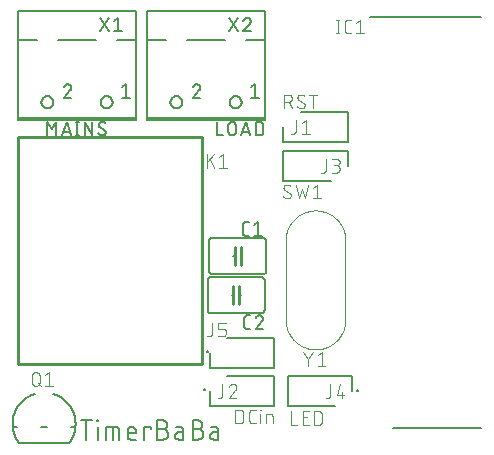
<source format=gbr>
G04 EAGLE Gerber X2 export*
%TF.Part,Single*%
%TF.FileFunction,Legend,Top,1*%
%TF.FilePolarity,Positive*%
%TF.GenerationSoftware,Autodesk,EAGLE,9.1.3*%
%TF.CreationDate,2018-11-21T18:37:06Z*%
G75*
%MOMM*%
%FSLAX34Y34*%
%LPD*%
%AMOC8*
5,1,8,0,0,1.08239X$1,22.5*%
G01*
%ADD10C,0.177800*%
%ADD11C,0.152400*%
%ADD12C,0.254000*%
%ADD13C,0.127000*%
%ADD14C,0.200000*%
%ADD15C,0.101600*%
%ADD16C,0.100000*%


D10*
X171069Y61849D02*
X171069Y62964D01*
X172184Y62964D01*
X172184Y61849D01*
X171069Y61849D01*
D11*
X71318Y36068D02*
X71318Y19812D01*
X66802Y36068D02*
X75833Y36068D01*
X81217Y30649D02*
X81217Y19812D01*
X80766Y35165D02*
X80766Y36068D01*
X81669Y36068D01*
X81669Y35165D01*
X80766Y35165D01*
X88304Y30649D02*
X88304Y19812D01*
X88304Y30649D02*
X96432Y30649D01*
X96533Y30647D01*
X96634Y30641D01*
X96735Y30632D01*
X96836Y30619D01*
X96936Y30602D01*
X97035Y30581D01*
X97133Y30557D01*
X97230Y30529D01*
X97327Y30497D01*
X97422Y30462D01*
X97515Y30423D01*
X97607Y30381D01*
X97698Y30335D01*
X97787Y30286D01*
X97873Y30234D01*
X97958Y30178D01*
X98041Y30120D01*
X98121Y30058D01*
X98199Y29993D01*
X98275Y29926D01*
X98348Y29856D01*
X98418Y29783D01*
X98485Y29707D01*
X98550Y29629D01*
X98612Y29549D01*
X98670Y29466D01*
X98726Y29381D01*
X98778Y29295D01*
X98827Y29206D01*
X98873Y29115D01*
X98915Y29023D01*
X98954Y28930D01*
X98989Y28835D01*
X99021Y28738D01*
X99049Y28641D01*
X99073Y28543D01*
X99094Y28444D01*
X99111Y28344D01*
X99124Y28243D01*
X99133Y28142D01*
X99139Y28041D01*
X99141Y27940D01*
X99141Y19812D01*
X93722Y19812D02*
X93722Y30649D01*
X108971Y19812D02*
X113487Y19812D01*
X108971Y19812D02*
X108870Y19814D01*
X108769Y19820D01*
X108668Y19829D01*
X108567Y19842D01*
X108467Y19859D01*
X108368Y19880D01*
X108270Y19904D01*
X108173Y19932D01*
X108076Y19964D01*
X107981Y19999D01*
X107888Y20038D01*
X107796Y20080D01*
X107705Y20126D01*
X107617Y20175D01*
X107530Y20227D01*
X107445Y20283D01*
X107362Y20341D01*
X107282Y20403D01*
X107204Y20468D01*
X107128Y20535D01*
X107055Y20605D01*
X106985Y20678D01*
X106918Y20754D01*
X106853Y20832D01*
X106791Y20912D01*
X106733Y20995D01*
X106677Y21080D01*
X106625Y21166D01*
X106576Y21255D01*
X106530Y21346D01*
X106488Y21438D01*
X106449Y21531D01*
X106414Y21626D01*
X106382Y21723D01*
X106354Y21820D01*
X106330Y21918D01*
X106309Y22017D01*
X106292Y22117D01*
X106279Y22218D01*
X106270Y22319D01*
X106264Y22420D01*
X106262Y22521D01*
X106262Y27037D01*
X106263Y27037D02*
X106265Y27156D01*
X106271Y27276D01*
X106281Y27395D01*
X106295Y27513D01*
X106312Y27632D01*
X106334Y27749D01*
X106359Y27866D01*
X106389Y27981D01*
X106422Y28096D01*
X106459Y28210D01*
X106499Y28322D01*
X106544Y28433D01*
X106592Y28542D01*
X106643Y28650D01*
X106698Y28756D01*
X106757Y28860D01*
X106819Y28962D01*
X106884Y29062D01*
X106953Y29160D01*
X107025Y29256D01*
X107100Y29349D01*
X107177Y29439D01*
X107258Y29527D01*
X107342Y29612D01*
X107429Y29694D01*
X107518Y29774D01*
X107610Y29850D01*
X107704Y29924D01*
X107801Y29994D01*
X107899Y30061D01*
X108000Y30125D01*
X108104Y30185D01*
X108209Y30242D01*
X108316Y30295D01*
X108424Y30345D01*
X108534Y30391D01*
X108646Y30433D01*
X108759Y30472D01*
X108873Y30507D01*
X108988Y30538D01*
X109105Y30566D01*
X109222Y30589D01*
X109339Y30609D01*
X109458Y30625D01*
X109577Y30637D01*
X109696Y30645D01*
X109815Y30649D01*
X109935Y30649D01*
X110054Y30645D01*
X110173Y30637D01*
X110292Y30625D01*
X110411Y30609D01*
X110528Y30589D01*
X110645Y30566D01*
X110762Y30538D01*
X110877Y30507D01*
X110991Y30472D01*
X111104Y30433D01*
X111216Y30391D01*
X111326Y30345D01*
X111434Y30295D01*
X111541Y30242D01*
X111646Y30185D01*
X111750Y30125D01*
X111851Y30061D01*
X111949Y29994D01*
X112046Y29924D01*
X112140Y29850D01*
X112232Y29774D01*
X112321Y29694D01*
X112408Y29612D01*
X112492Y29527D01*
X112573Y29439D01*
X112650Y29349D01*
X112725Y29256D01*
X112797Y29160D01*
X112866Y29062D01*
X112931Y28962D01*
X112993Y28860D01*
X113052Y28756D01*
X113107Y28650D01*
X113158Y28542D01*
X113206Y28433D01*
X113251Y28322D01*
X113291Y28210D01*
X113328Y28096D01*
X113361Y27981D01*
X113391Y27866D01*
X113416Y27749D01*
X113438Y27632D01*
X113455Y27513D01*
X113469Y27395D01*
X113479Y27276D01*
X113485Y27156D01*
X113487Y27037D01*
X113487Y25231D01*
X106262Y25231D01*
X120415Y19812D02*
X120415Y30649D01*
X125834Y30649D01*
X125834Y28843D01*
X131622Y28843D02*
X136138Y28843D01*
X136138Y28844D02*
X136271Y28842D01*
X136403Y28836D01*
X136535Y28826D01*
X136667Y28813D01*
X136799Y28795D01*
X136929Y28774D01*
X137060Y28749D01*
X137189Y28720D01*
X137317Y28687D01*
X137445Y28651D01*
X137571Y28611D01*
X137696Y28567D01*
X137820Y28519D01*
X137942Y28468D01*
X138063Y28413D01*
X138182Y28355D01*
X138300Y28293D01*
X138415Y28228D01*
X138529Y28159D01*
X138640Y28088D01*
X138749Y28012D01*
X138856Y27934D01*
X138961Y27853D01*
X139063Y27768D01*
X139163Y27681D01*
X139260Y27591D01*
X139355Y27498D01*
X139446Y27402D01*
X139535Y27304D01*
X139621Y27203D01*
X139704Y27099D01*
X139784Y26993D01*
X139860Y26885D01*
X139934Y26775D01*
X140004Y26662D01*
X140071Y26548D01*
X140134Y26431D01*
X140194Y26313D01*
X140251Y26193D01*
X140304Y26071D01*
X140353Y25948D01*
X140399Y25824D01*
X140441Y25698D01*
X140479Y25571D01*
X140514Y25443D01*
X140545Y25314D01*
X140572Y25185D01*
X140595Y25054D01*
X140615Y24923D01*
X140630Y24791D01*
X140642Y24659D01*
X140650Y24527D01*
X140654Y24394D01*
X140654Y24262D01*
X140650Y24129D01*
X140642Y23997D01*
X140630Y23865D01*
X140615Y23733D01*
X140595Y23602D01*
X140572Y23471D01*
X140545Y23342D01*
X140514Y23213D01*
X140479Y23085D01*
X140441Y22958D01*
X140399Y22832D01*
X140353Y22708D01*
X140304Y22585D01*
X140251Y22463D01*
X140194Y22343D01*
X140134Y22225D01*
X140071Y22108D01*
X140004Y21994D01*
X139934Y21881D01*
X139860Y21771D01*
X139784Y21663D01*
X139704Y21557D01*
X139621Y21453D01*
X139535Y21352D01*
X139446Y21254D01*
X139355Y21158D01*
X139260Y21065D01*
X139163Y20975D01*
X139063Y20888D01*
X138961Y20803D01*
X138856Y20722D01*
X138749Y20644D01*
X138640Y20568D01*
X138529Y20497D01*
X138415Y20428D01*
X138300Y20363D01*
X138182Y20301D01*
X138063Y20243D01*
X137942Y20188D01*
X137820Y20137D01*
X137696Y20089D01*
X137571Y20045D01*
X137445Y20005D01*
X137317Y19969D01*
X137189Y19936D01*
X137060Y19907D01*
X136929Y19882D01*
X136799Y19861D01*
X136667Y19843D01*
X136535Y19830D01*
X136403Y19820D01*
X136271Y19814D01*
X136138Y19812D01*
X131622Y19812D01*
X131622Y36068D01*
X136138Y36068D01*
X136257Y36066D01*
X136377Y36060D01*
X136496Y36050D01*
X136614Y36036D01*
X136733Y36019D01*
X136850Y35997D01*
X136967Y35972D01*
X137082Y35942D01*
X137197Y35909D01*
X137311Y35872D01*
X137423Y35832D01*
X137534Y35787D01*
X137643Y35739D01*
X137751Y35688D01*
X137857Y35633D01*
X137961Y35574D01*
X138063Y35512D01*
X138163Y35447D01*
X138261Y35378D01*
X138357Y35306D01*
X138450Y35231D01*
X138540Y35154D01*
X138628Y35073D01*
X138713Y34989D01*
X138795Y34902D01*
X138875Y34813D01*
X138951Y34721D01*
X139025Y34627D01*
X139095Y34530D01*
X139162Y34432D01*
X139226Y34331D01*
X139286Y34227D01*
X139343Y34122D01*
X139396Y34015D01*
X139446Y33907D01*
X139492Y33797D01*
X139534Y33685D01*
X139573Y33572D01*
X139608Y33458D01*
X139639Y33343D01*
X139667Y33226D01*
X139690Y33109D01*
X139710Y32992D01*
X139726Y32873D01*
X139738Y32754D01*
X139746Y32635D01*
X139750Y32516D01*
X139750Y32396D01*
X139746Y32277D01*
X139738Y32158D01*
X139726Y32039D01*
X139710Y31920D01*
X139690Y31803D01*
X139667Y31686D01*
X139639Y31569D01*
X139608Y31454D01*
X139573Y31340D01*
X139534Y31227D01*
X139492Y31115D01*
X139446Y31005D01*
X139396Y30897D01*
X139343Y30790D01*
X139286Y30685D01*
X139226Y30581D01*
X139162Y30480D01*
X139095Y30382D01*
X139025Y30285D01*
X138951Y30191D01*
X138875Y30099D01*
X138795Y30010D01*
X138713Y29923D01*
X138628Y29839D01*
X138540Y29758D01*
X138450Y29681D01*
X138357Y29606D01*
X138261Y29534D01*
X138163Y29465D01*
X138063Y29400D01*
X137961Y29338D01*
X137857Y29279D01*
X137751Y29224D01*
X137643Y29173D01*
X137534Y29125D01*
X137423Y29080D01*
X137311Y29040D01*
X137197Y29003D01*
X137082Y28970D01*
X136967Y28940D01*
X136850Y28915D01*
X136733Y28893D01*
X136614Y28876D01*
X136496Y28862D01*
X136377Y28852D01*
X136257Y28846D01*
X136138Y28844D01*
X149470Y26134D02*
X153534Y26134D01*
X149470Y26134D02*
X149358Y26132D01*
X149247Y26126D01*
X149136Y26116D01*
X149025Y26103D01*
X148915Y26085D01*
X148806Y26063D01*
X148697Y26038D01*
X148589Y26009D01*
X148483Y25976D01*
X148377Y25939D01*
X148273Y25899D01*
X148171Y25855D01*
X148070Y25807D01*
X147971Y25756D01*
X147873Y25701D01*
X147778Y25643D01*
X147685Y25582D01*
X147594Y25517D01*
X147505Y25449D01*
X147419Y25378D01*
X147336Y25305D01*
X147255Y25228D01*
X147176Y25148D01*
X147101Y25066D01*
X147029Y24981D01*
X146959Y24894D01*
X146893Y24804D01*
X146830Y24712D01*
X146770Y24617D01*
X146714Y24521D01*
X146661Y24423D01*
X146612Y24323D01*
X146566Y24221D01*
X146524Y24118D01*
X146485Y24013D01*
X146450Y23907D01*
X146419Y23800D01*
X146392Y23692D01*
X146368Y23583D01*
X146349Y23473D01*
X146333Y23363D01*
X146321Y23252D01*
X146313Y23140D01*
X146309Y23029D01*
X146309Y22917D01*
X146313Y22806D01*
X146321Y22694D01*
X146333Y22583D01*
X146349Y22473D01*
X146368Y22363D01*
X146392Y22254D01*
X146419Y22146D01*
X146450Y22039D01*
X146485Y21933D01*
X146524Y21828D01*
X146566Y21725D01*
X146612Y21623D01*
X146661Y21523D01*
X146714Y21425D01*
X146770Y21329D01*
X146830Y21234D01*
X146893Y21142D01*
X146959Y21052D01*
X147029Y20965D01*
X147101Y20880D01*
X147176Y20798D01*
X147255Y20718D01*
X147336Y20641D01*
X147419Y20568D01*
X147505Y20497D01*
X147594Y20429D01*
X147685Y20364D01*
X147778Y20303D01*
X147873Y20245D01*
X147971Y20190D01*
X148070Y20139D01*
X148171Y20091D01*
X148273Y20047D01*
X148377Y20007D01*
X148483Y19970D01*
X148589Y19937D01*
X148697Y19908D01*
X148806Y19883D01*
X148915Y19861D01*
X149025Y19843D01*
X149136Y19830D01*
X149247Y19820D01*
X149358Y19814D01*
X149470Y19812D01*
X153534Y19812D01*
X153534Y27940D01*
X153532Y28041D01*
X153526Y28142D01*
X153517Y28243D01*
X153504Y28344D01*
X153487Y28444D01*
X153466Y28543D01*
X153442Y28641D01*
X153414Y28738D01*
X153382Y28835D01*
X153347Y28930D01*
X153308Y29023D01*
X153266Y29115D01*
X153220Y29206D01*
X153171Y29295D01*
X153119Y29381D01*
X153063Y29466D01*
X153005Y29549D01*
X152943Y29629D01*
X152878Y29707D01*
X152811Y29783D01*
X152741Y29856D01*
X152668Y29926D01*
X152592Y29993D01*
X152514Y30058D01*
X152434Y30120D01*
X152351Y30178D01*
X152266Y30234D01*
X152180Y30286D01*
X152091Y30335D01*
X152000Y30381D01*
X151908Y30423D01*
X151815Y30462D01*
X151720Y30497D01*
X151623Y30529D01*
X151526Y30557D01*
X151428Y30581D01*
X151329Y30602D01*
X151229Y30619D01*
X151128Y30632D01*
X151027Y30641D01*
X150926Y30647D01*
X150825Y30649D01*
X147212Y30649D01*
X161321Y28843D02*
X165837Y28843D01*
X165837Y28844D02*
X165970Y28842D01*
X166102Y28836D01*
X166234Y28826D01*
X166366Y28813D01*
X166498Y28795D01*
X166628Y28774D01*
X166759Y28749D01*
X166888Y28720D01*
X167016Y28687D01*
X167144Y28651D01*
X167270Y28611D01*
X167395Y28567D01*
X167519Y28519D01*
X167641Y28468D01*
X167762Y28413D01*
X167881Y28355D01*
X167999Y28293D01*
X168114Y28228D01*
X168228Y28159D01*
X168339Y28088D01*
X168448Y28012D01*
X168555Y27934D01*
X168660Y27853D01*
X168762Y27768D01*
X168862Y27681D01*
X168959Y27591D01*
X169054Y27498D01*
X169145Y27402D01*
X169234Y27304D01*
X169320Y27203D01*
X169403Y27099D01*
X169483Y26993D01*
X169559Y26885D01*
X169633Y26775D01*
X169703Y26662D01*
X169770Y26548D01*
X169833Y26431D01*
X169893Y26313D01*
X169950Y26193D01*
X170003Y26071D01*
X170052Y25948D01*
X170098Y25824D01*
X170140Y25698D01*
X170178Y25571D01*
X170213Y25443D01*
X170244Y25314D01*
X170271Y25185D01*
X170294Y25054D01*
X170314Y24923D01*
X170329Y24791D01*
X170341Y24659D01*
X170349Y24527D01*
X170353Y24394D01*
X170353Y24262D01*
X170349Y24129D01*
X170341Y23997D01*
X170329Y23865D01*
X170314Y23733D01*
X170294Y23602D01*
X170271Y23471D01*
X170244Y23342D01*
X170213Y23213D01*
X170178Y23085D01*
X170140Y22958D01*
X170098Y22832D01*
X170052Y22708D01*
X170003Y22585D01*
X169950Y22463D01*
X169893Y22343D01*
X169833Y22225D01*
X169770Y22108D01*
X169703Y21994D01*
X169633Y21881D01*
X169559Y21771D01*
X169483Y21663D01*
X169403Y21557D01*
X169320Y21453D01*
X169234Y21352D01*
X169145Y21254D01*
X169054Y21158D01*
X168959Y21065D01*
X168862Y20975D01*
X168762Y20888D01*
X168660Y20803D01*
X168555Y20722D01*
X168448Y20644D01*
X168339Y20568D01*
X168228Y20497D01*
X168114Y20428D01*
X167999Y20363D01*
X167881Y20301D01*
X167762Y20243D01*
X167641Y20188D01*
X167519Y20137D01*
X167395Y20089D01*
X167270Y20045D01*
X167144Y20005D01*
X167016Y19969D01*
X166888Y19936D01*
X166759Y19907D01*
X166628Y19882D01*
X166498Y19861D01*
X166366Y19843D01*
X166234Y19830D01*
X166102Y19820D01*
X165970Y19814D01*
X165837Y19812D01*
X161321Y19812D01*
X161321Y36068D01*
X165837Y36068D01*
X165956Y36066D01*
X166076Y36060D01*
X166195Y36050D01*
X166313Y36036D01*
X166432Y36019D01*
X166549Y35997D01*
X166666Y35972D01*
X166781Y35942D01*
X166896Y35909D01*
X167010Y35872D01*
X167122Y35832D01*
X167233Y35787D01*
X167342Y35739D01*
X167450Y35688D01*
X167556Y35633D01*
X167660Y35574D01*
X167762Y35512D01*
X167862Y35447D01*
X167960Y35378D01*
X168056Y35306D01*
X168149Y35231D01*
X168239Y35154D01*
X168327Y35073D01*
X168412Y34989D01*
X168494Y34902D01*
X168574Y34813D01*
X168650Y34721D01*
X168724Y34627D01*
X168794Y34530D01*
X168861Y34432D01*
X168925Y34331D01*
X168985Y34227D01*
X169042Y34122D01*
X169095Y34015D01*
X169145Y33907D01*
X169191Y33797D01*
X169233Y33685D01*
X169272Y33572D01*
X169307Y33458D01*
X169338Y33343D01*
X169366Y33226D01*
X169389Y33109D01*
X169409Y32992D01*
X169425Y32873D01*
X169437Y32754D01*
X169445Y32635D01*
X169449Y32516D01*
X169449Y32396D01*
X169445Y32277D01*
X169437Y32158D01*
X169425Y32039D01*
X169409Y31920D01*
X169389Y31803D01*
X169366Y31686D01*
X169338Y31569D01*
X169307Y31454D01*
X169272Y31340D01*
X169233Y31227D01*
X169191Y31115D01*
X169145Y31005D01*
X169095Y30897D01*
X169042Y30790D01*
X168985Y30685D01*
X168925Y30581D01*
X168861Y30480D01*
X168794Y30382D01*
X168724Y30285D01*
X168650Y30191D01*
X168574Y30099D01*
X168494Y30010D01*
X168412Y29923D01*
X168327Y29839D01*
X168239Y29758D01*
X168149Y29681D01*
X168056Y29606D01*
X167960Y29534D01*
X167862Y29465D01*
X167762Y29400D01*
X167660Y29338D01*
X167556Y29279D01*
X167450Y29224D01*
X167342Y29173D01*
X167233Y29125D01*
X167122Y29080D01*
X167010Y29040D01*
X166896Y29003D01*
X166781Y28970D01*
X166666Y28940D01*
X166549Y28915D01*
X166432Y28893D01*
X166313Y28876D01*
X166195Y28862D01*
X166076Y28852D01*
X165956Y28846D01*
X165837Y28844D01*
X179169Y26134D02*
X183233Y26134D01*
X179169Y26134D02*
X179057Y26132D01*
X178946Y26126D01*
X178835Y26116D01*
X178724Y26103D01*
X178614Y26085D01*
X178505Y26063D01*
X178396Y26038D01*
X178288Y26009D01*
X178182Y25976D01*
X178076Y25939D01*
X177972Y25899D01*
X177870Y25855D01*
X177769Y25807D01*
X177670Y25756D01*
X177572Y25701D01*
X177477Y25643D01*
X177384Y25582D01*
X177293Y25517D01*
X177204Y25449D01*
X177118Y25378D01*
X177035Y25305D01*
X176954Y25228D01*
X176875Y25148D01*
X176800Y25066D01*
X176728Y24981D01*
X176658Y24894D01*
X176592Y24804D01*
X176529Y24712D01*
X176469Y24617D01*
X176413Y24521D01*
X176360Y24423D01*
X176311Y24323D01*
X176265Y24221D01*
X176223Y24118D01*
X176184Y24013D01*
X176149Y23907D01*
X176118Y23800D01*
X176091Y23692D01*
X176067Y23583D01*
X176048Y23473D01*
X176032Y23363D01*
X176020Y23252D01*
X176012Y23140D01*
X176008Y23029D01*
X176008Y22917D01*
X176012Y22806D01*
X176020Y22694D01*
X176032Y22583D01*
X176048Y22473D01*
X176067Y22363D01*
X176091Y22254D01*
X176118Y22146D01*
X176149Y22039D01*
X176184Y21933D01*
X176223Y21828D01*
X176265Y21725D01*
X176311Y21623D01*
X176360Y21523D01*
X176413Y21425D01*
X176469Y21329D01*
X176529Y21234D01*
X176592Y21142D01*
X176658Y21052D01*
X176728Y20965D01*
X176800Y20880D01*
X176875Y20798D01*
X176954Y20718D01*
X177035Y20641D01*
X177118Y20568D01*
X177204Y20497D01*
X177293Y20429D01*
X177384Y20364D01*
X177477Y20303D01*
X177572Y20245D01*
X177670Y20190D01*
X177769Y20139D01*
X177870Y20091D01*
X177972Y20047D01*
X178076Y20007D01*
X178182Y19970D01*
X178288Y19937D01*
X178396Y19908D01*
X178505Y19883D01*
X178614Y19861D01*
X178724Y19843D01*
X178835Y19830D01*
X178946Y19820D01*
X179057Y19814D01*
X179169Y19812D01*
X183233Y19812D01*
X183233Y27940D01*
X183231Y28041D01*
X183225Y28142D01*
X183216Y28243D01*
X183203Y28344D01*
X183186Y28444D01*
X183165Y28543D01*
X183141Y28641D01*
X183113Y28738D01*
X183081Y28835D01*
X183046Y28930D01*
X183007Y29023D01*
X182965Y29115D01*
X182919Y29206D01*
X182870Y29295D01*
X182818Y29381D01*
X182762Y29466D01*
X182704Y29549D01*
X182642Y29629D01*
X182577Y29707D01*
X182510Y29783D01*
X182440Y29856D01*
X182367Y29926D01*
X182291Y29993D01*
X182213Y30058D01*
X182133Y30120D01*
X182050Y30178D01*
X181965Y30234D01*
X181879Y30286D01*
X181790Y30335D01*
X181699Y30381D01*
X181607Y30423D01*
X181514Y30462D01*
X181419Y30497D01*
X181322Y30529D01*
X181225Y30557D01*
X181127Y30581D01*
X181028Y30602D01*
X180928Y30619D01*
X180827Y30632D01*
X180726Y30641D01*
X180625Y30647D01*
X180524Y30649D01*
X176911Y30649D01*
D10*
X300609Y60579D02*
X300609Y61694D01*
X301724Y61694D01*
X301724Y60579D01*
X300609Y60579D01*
X173609Y93599D02*
X173609Y94714D01*
X174724Y94714D01*
X174724Y93599D01*
X173609Y93599D01*
D11*
X177800Y160020D02*
X220980Y160020D01*
X220980Y190500D02*
X177800Y190500D01*
X175260Y187960D02*
X175260Y162560D01*
X223520Y162560D02*
X223520Y187960D01*
X177800Y160020D02*
X177700Y160022D01*
X177601Y160028D01*
X177501Y160038D01*
X177403Y160051D01*
X177304Y160069D01*
X177207Y160090D01*
X177111Y160115D01*
X177015Y160144D01*
X176921Y160177D01*
X176828Y160213D01*
X176737Y160253D01*
X176647Y160297D01*
X176559Y160344D01*
X176473Y160394D01*
X176389Y160448D01*
X176307Y160505D01*
X176228Y160565D01*
X176150Y160629D01*
X176076Y160695D01*
X176004Y160764D01*
X175935Y160836D01*
X175869Y160910D01*
X175805Y160988D01*
X175745Y161067D01*
X175688Y161149D01*
X175634Y161233D01*
X175584Y161319D01*
X175537Y161407D01*
X175493Y161497D01*
X175453Y161588D01*
X175417Y161681D01*
X175384Y161775D01*
X175355Y161871D01*
X175330Y161967D01*
X175309Y162064D01*
X175291Y162163D01*
X175278Y162261D01*
X175268Y162361D01*
X175262Y162460D01*
X175260Y162560D01*
X220980Y160020D02*
X221080Y160022D01*
X221179Y160028D01*
X221279Y160038D01*
X221377Y160051D01*
X221476Y160069D01*
X221573Y160090D01*
X221669Y160115D01*
X221765Y160144D01*
X221859Y160177D01*
X221952Y160213D01*
X222043Y160253D01*
X222133Y160297D01*
X222221Y160344D01*
X222307Y160394D01*
X222391Y160448D01*
X222473Y160505D01*
X222552Y160565D01*
X222630Y160629D01*
X222704Y160695D01*
X222776Y160764D01*
X222845Y160836D01*
X222911Y160910D01*
X222975Y160988D01*
X223035Y161067D01*
X223092Y161149D01*
X223146Y161233D01*
X223196Y161319D01*
X223243Y161407D01*
X223287Y161497D01*
X223327Y161588D01*
X223363Y161681D01*
X223396Y161775D01*
X223425Y161871D01*
X223450Y161967D01*
X223471Y162064D01*
X223489Y162163D01*
X223502Y162261D01*
X223512Y162361D01*
X223518Y162460D01*
X223520Y162560D01*
X177800Y190500D02*
X177700Y190498D01*
X177601Y190492D01*
X177501Y190482D01*
X177403Y190469D01*
X177304Y190451D01*
X177207Y190430D01*
X177111Y190405D01*
X177015Y190376D01*
X176921Y190343D01*
X176828Y190307D01*
X176737Y190267D01*
X176647Y190223D01*
X176559Y190176D01*
X176473Y190126D01*
X176389Y190072D01*
X176307Y190015D01*
X176228Y189955D01*
X176150Y189891D01*
X176076Y189825D01*
X176004Y189756D01*
X175935Y189684D01*
X175869Y189610D01*
X175805Y189532D01*
X175745Y189453D01*
X175688Y189371D01*
X175634Y189287D01*
X175584Y189201D01*
X175537Y189113D01*
X175493Y189023D01*
X175453Y188932D01*
X175417Y188839D01*
X175384Y188745D01*
X175355Y188649D01*
X175330Y188553D01*
X175309Y188456D01*
X175291Y188357D01*
X175278Y188259D01*
X175268Y188159D01*
X175262Y188060D01*
X175260Y187960D01*
X220980Y190500D02*
X221080Y190498D01*
X221179Y190492D01*
X221279Y190482D01*
X221377Y190469D01*
X221476Y190451D01*
X221573Y190430D01*
X221669Y190405D01*
X221765Y190376D01*
X221859Y190343D01*
X221952Y190307D01*
X222043Y190267D01*
X222133Y190223D01*
X222221Y190176D01*
X222307Y190126D01*
X222391Y190072D01*
X222473Y190015D01*
X222552Y189955D01*
X222630Y189891D01*
X222704Y189825D01*
X222776Y189756D01*
X222845Y189684D01*
X222911Y189610D01*
X222975Y189532D01*
X223035Y189453D01*
X223092Y189371D01*
X223146Y189287D01*
X223196Y189201D01*
X223243Y189113D01*
X223287Y189023D01*
X223327Y188932D01*
X223363Y188839D01*
X223396Y188745D01*
X223425Y188649D01*
X223450Y188553D01*
X223471Y188456D01*
X223489Y188357D01*
X223502Y188259D01*
X223512Y188159D01*
X223518Y188060D01*
X223520Y187960D01*
X196850Y175260D02*
X195580Y175260D01*
D12*
X196850Y175260D02*
X196850Y167640D01*
X196850Y175260D02*
X196850Y182880D01*
X201930Y175260D02*
X201930Y167640D01*
X201930Y175260D02*
X201930Y182880D01*
D11*
X201930Y175260D02*
X203200Y175260D01*
D13*
X206375Y192405D02*
X208915Y192405D01*
X206375Y192405D02*
X206275Y192407D01*
X206176Y192413D01*
X206076Y192423D01*
X205978Y192436D01*
X205879Y192454D01*
X205782Y192475D01*
X205686Y192500D01*
X205590Y192529D01*
X205496Y192562D01*
X205403Y192598D01*
X205312Y192638D01*
X205222Y192682D01*
X205134Y192729D01*
X205048Y192779D01*
X204964Y192833D01*
X204882Y192890D01*
X204803Y192950D01*
X204725Y193014D01*
X204651Y193080D01*
X204579Y193149D01*
X204510Y193221D01*
X204444Y193295D01*
X204380Y193373D01*
X204320Y193452D01*
X204263Y193534D01*
X204209Y193618D01*
X204159Y193704D01*
X204112Y193792D01*
X204068Y193882D01*
X204028Y193973D01*
X203992Y194066D01*
X203959Y194160D01*
X203930Y194256D01*
X203905Y194352D01*
X203884Y194449D01*
X203866Y194548D01*
X203853Y194646D01*
X203843Y194746D01*
X203837Y194845D01*
X203835Y194945D01*
X203835Y201295D01*
X203837Y201395D01*
X203843Y201494D01*
X203853Y201594D01*
X203866Y201692D01*
X203884Y201791D01*
X203905Y201888D01*
X203930Y201984D01*
X203959Y202080D01*
X203992Y202174D01*
X204028Y202267D01*
X204068Y202358D01*
X204112Y202448D01*
X204159Y202536D01*
X204209Y202622D01*
X204263Y202706D01*
X204320Y202788D01*
X204380Y202867D01*
X204444Y202945D01*
X204510Y203019D01*
X204579Y203091D01*
X204651Y203160D01*
X204725Y203226D01*
X204803Y203290D01*
X204882Y203350D01*
X204964Y203407D01*
X205048Y203461D01*
X205134Y203511D01*
X205222Y203558D01*
X205312Y203602D01*
X205403Y203642D01*
X205496Y203678D01*
X205590Y203711D01*
X205686Y203740D01*
X205782Y203765D01*
X205879Y203786D01*
X205978Y203804D01*
X206076Y203817D01*
X206176Y203827D01*
X206275Y203833D01*
X206375Y203835D01*
X208915Y203835D01*
X213397Y201295D02*
X216572Y203835D01*
X216572Y192405D01*
X213397Y192405D02*
X219747Y192405D01*
D11*
X219710Y127000D02*
X176530Y127000D01*
X176530Y157480D02*
X219710Y157480D01*
X173990Y154940D02*
X173990Y129540D01*
X222250Y129540D02*
X222250Y154940D01*
X176530Y127000D02*
X176430Y127002D01*
X176331Y127008D01*
X176231Y127018D01*
X176133Y127031D01*
X176034Y127049D01*
X175937Y127070D01*
X175841Y127095D01*
X175745Y127124D01*
X175651Y127157D01*
X175558Y127193D01*
X175467Y127233D01*
X175377Y127277D01*
X175289Y127324D01*
X175203Y127374D01*
X175119Y127428D01*
X175037Y127485D01*
X174958Y127545D01*
X174880Y127609D01*
X174806Y127675D01*
X174734Y127744D01*
X174665Y127816D01*
X174599Y127890D01*
X174535Y127968D01*
X174475Y128047D01*
X174418Y128129D01*
X174364Y128213D01*
X174314Y128299D01*
X174267Y128387D01*
X174223Y128477D01*
X174183Y128568D01*
X174147Y128661D01*
X174114Y128755D01*
X174085Y128851D01*
X174060Y128947D01*
X174039Y129044D01*
X174021Y129143D01*
X174008Y129241D01*
X173998Y129341D01*
X173992Y129440D01*
X173990Y129540D01*
X219710Y127000D02*
X219810Y127002D01*
X219909Y127008D01*
X220009Y127018D01*
X220107Y127031D01*
X220206Y127049D01*
X220303Y127070D01*
X220399Y127095D01*
X220495Y127124D01*
X220589Y127157D01*
X220682Y127193D01*
X220773Y127233D01*
X220863Y127277D01*
X220951Y127324D01*
X221037Y127374D01*
X221121Y127428D01*
X221203Y127485D01*
X221282Y127545D01*
X221360Y127609D01*
X221434Y127675D01*
X221506Y127744D01*
X221575Y127816D01*
X221641Y127890D01*
X221705Y127968D01*
X221765Y128047D01*
X221822Y128129D01*
X221876Y128213D01*
X221926Y128299D01*
X221973Y128387D01*
X222017Y128477D01*
X222057Y128568D01*
X222093Y128661D01*
X222126Y128755D01*
X222155Y128851D01*
X222180Y128947D01*
X222201Y129044D01*
X222219Y129143D01*
X222232Y129241D01*
X222242Y129341D01*
X222248Y129440D01*
X222250Y129540D01*
X176530Y157480D02*
X176430Y157478D01*
X176331Y157472D01*
X176231Y157462D01*
X176133Y157449D01*
X176034Y157431D01*
X175937Y157410D01*
X175841Y157385D01*
X175745Y157356D01*
X175651Y157323D01*
X175558Y157287D01*
X175467Y157247D01*
X175377Y157203D01*
X175289Y157156D01*
X175203Y157106D01*
X175119Y157052D01*
X175037Y156995D01*
X174958Y156935D01*
X174880Y156871D01*
X174806Y156805D01*
X174734Y156736D01*
X174665Y156664D01*
X174599Y156590D01*
X174535Y156512D01*
X174475Y156433D01*
X174418Y156351D01*
X174364Y156267D01*
X174314Y156181D01*
X174267Y156093D01*
X174223Y156003D01*
X174183Y155912D01*
X174147Y155819D01*
X174114Y155725D01*
X174085Y155629D01*
X174060Y155533D01*
X174039Y155436D01*
X174021Y155337D01*
X174008Y155239D01*
X173998Y155139D01*
X173992Y155040D01*
X173990Y154940D01*
X219710Y157480D02*
X219810Y157478D01*
X219909Y157472D01*
X220009Y157462D01*
X220107Y157449D01*
X220206Y157431D01*
X220303Y157410D01*
X220399Y157385D01*
X220495Y157356D01*
X220589Y157323D01*
X220682Y157287D01*
X220773Y157247D01*
X220863Y157203D01*
X220951Y157156D01*
X221037Y157106D01*
X221121Y157052D01*
X221203Y156995D01*
X221282Y156935D01*
X221360Y156871D01*
X221434Y156805D01*
X221506Y156736D01*
X221575Y156664D01*
X221641Y156590D01*
X221705Y156512D01*
X221765Y156433D01*
X221822Y156351D01*
X221876Y156267D01*
X221926Y156181D01*
X221973Y156093D01*
X222017Y156003D01*
X222057Y155912D01*
X222093Y155819D01*
X222126Y155725D01*
X222155Y155629D01*
X222180Y155533D01*
X222201Y155436D01*
X222219Y155337D01*
X222232Y155239D01*
X222242Y155139D01*
X222248Y155040D01*
X222250Y154940D01*
X195580Y142240D02*
X194310Y142240D01*
D12*
X195580Y142240D02*
X195580Y134620D01*
X195580Y142240D02*
X195580Y149860D01*
X200660Y142240D02*
X200660Y134620D01*
X200660Y142240D02*
X200660Y149860D01*
D11*
X200660Y142240D02*
X201930Y142240D01*
D13*
X207645Y113665D02*
X210185Y113665D01*
X207645Y113665D02*
X207545Y113667D01*
X207446Y113673D01*
X207346Y113683D01*
X207248Y113696D01*
X207149Y113714D01*
X207052Y113735D01*
X206956Y113760D01*
X206860Y113789D01*
X206766Y113822D01*
X206673Y113858D01*
X206582Y113898D01*
X206492Y113942D01*
X206404Y113989D01*
X206318Y114039D01*
X206234Y114093D01*
X206152Y114150D01*
X206073Y114210D01*
X205995Y114274D01*
X205921Y114340D01*
X205849Y114409D01*
X205780Y114481D01*
X205714Y114555D01*
X205650Y114633D01*
X205590Y114712D01*
X205533Y114794D01*
X205479Y114878D01*
X205429Y114964D01*
X205382Y115052D01*
X205338Y115142D01*
X205298Y115233D01*
X205262Y115326D01*
X205229Y115420D01*
X205200Y115516D01*
X205175Y115612D01*
X205154Y115709D01*
X205136Y115808D01*
X205123Y115906D01*
X205113Y116006D01*
X205107Y116105D01*
X205105Y116205D01*
X205105Y122555D01*
X205107Y122655D01*
X205113Y122754D01*
X205123Y122854D01*
X205136Y122952D01*
X205154Y123051D01*
X205175Y123148D01*
X205200Y123244D01*
X205229Y123340D01*
X205262Y123434D01*
X205298Y123527D01*
X205338Y123618D01*
X205382Y123708D01*
X205429Y123796D01*
X205479Y123882D01*
X205533Y123966D01*
X205590Y124048D01*
X205650Y124127D01*
X205714Y124205D01*
X205780Y124279D01*
X205849Y124351D01*
X205921Y124420D01*
X205995Y124486D01*
X206073Y124550D01*
X206152Y124610D01*
X206234Y124667D01*
X206318Y124721D01*
X206404Y124771D01*
X206492Y124818D01*
X206582Y124862D01*
X206673Y124902D01*
X206766Y124938D01*
X206860Y124971D01*
X206956Y125000D01*
X207052Y125025D01*
X207149Y125046D01*
X207248Y125064D01*
X207346Y125077D01*
X207446Y125087D01*
X207545Y125093D01*
X207645Y125095D01*
X210185Y125095D01*
X218160Y125096D02*
X218264Y125094D01*
X218369Y125088D01*
X218473Y125079D01*
X218576Y125066D01*
X218679Y125048D01*
X218781Y125028D01*
X218883Y125003D01*
X218983Y124975D01*
X219083Y124943D01*
X219181Y124907D01*
X219278Y124868D01*
X219373Y124826D01*
X219467Y124780D01*
X219559Y124730D01*
X219649Y124678D01*
X219737Y124622D01*
X219823Y124562D01*
X219907Y124500D01*
X219988Y124435D01*
X220067Y124367D01*
X220144Y124295D01*
X220217Y124222D01*
X220289Y124145D01*
X220357Y124066D01*
X220422Y123985D01*
X220484Y123901D01*
X220544Y123815D01*
X220600Y123727D01*
X220652Y123637D01*
X220702Y123545D01*
X220748Y123451D01*
X220790Y123356D01*
X220829Y123259D01*
X220865Y123161D01*
X220897Y123061D01*
X220925Y122961D01*
X220950Y122859D01*
X220970Y122757D01*
X220988Y122654D01*
X221001Y122551D01*
X221010Y122447D01*
X221016Y122342D01*
X221018Y122238D01*
X218160Y125095D02*
X218042Y125093D01*
X217923Y125087D01*
X217805Y125078D01*
X217688Y125065D01*
X217571Y125047D01*
X217454Y125027D01*
X217338Y125002D01*
X217223Y124974D01*
X217110Y124941D01*
X216997Y124906D01*
X216885Y124866D01*
X216775Y124824D01*
X216666Y124777D01*
X216558Y124727D01*
X216453Y124674D01*
X216349Y124617D01*
X216247Y124557D01*
X216147Y124494D01*
X216049Y124427D01*
X215953Y124358D01*
X215860Y124285D01*
X215769Y124209D01*
X215680Y124131D01*
X215594Y124049D01*
X215511Y123965D01*
X215430Y123879D01*
X215353Y123789D01*
X215278Y123698D01*
X215206Y123604D01*
X215137Y123507D01*
X215072Y123409D01*
X215009Y123308D01*
X214950Y123205D01*
X214894Y123101D01*
X214842Y122995D01*
X214793Y122887D01*
X214748Y122778D01*
X214706Y122667D01*
X214668Y122555D01*
X220065Y120016D02*
X220141Y120091D01*
X220216Y120170D01*
X220287Y120251D01*
X220356Y120335D01*
X220421Y120421D01*
X220483Y120509D01*
X220543Y120599D01*
X220599Y120691D01*
X220652Y120786D01*
X220701Y120882D01*
X220747Y120980D01*
X220790Y121079D01*
X220829Y121180D01*
X220864Y121282D01*
X220896Y121385D01*
X220924Y121489D01*
X220949Y121594D01*
X220970Y121701D01*
X220987Y121807D01*
X221000Y121914D01*
X221009Y122022D01*
X221015Y122130D01*
X221017Y122238D01*
X220065Y120015D02*
X214667Y113665D01*
X221017Y113665D01*
D14*
X311840Y377190D02*
X405760Y377190D01*
X405760Y29210D02*
X330840Y29210D01*
D15*
X284332Y363728D02*
X284332Y375412D01*
X283034Y363728D02*
X285630Y363728D01*
X285630Y375412D02*
X283034Y375412D01*
X292794Y363728D02*
X295390Y363728D01*
X292794Y363728D02*
X292695Y363730D01*
X292595Y363736D01*
X292496Y363745D01*
X292398Y363758D01*
X292300Y363775D01*
X292202Y363796D01*
X292106Y363821D01*
X292011Y363849D01*
X291917Y363881D01*
X291824Y363916D01*
X291732Y363955D01*
X291642Y363998D01*
X291554Y364043D01*
X291467Y364093D01*
X291383Y364145D01*
X291300Y364201D01*
X291220Y364259D01*
X291142Y364321D01*
X291067Y364386D01*
X290994Y364454D01*
X290924Y364524D01*
X290856Y364597D01*
X290791Y364672D01*
X290729Y364750D01*
X290671Y364830D01*
X290615Y364913D01*
X290563Y364997D01*
X290513Y365084D01*
X290468Y365172D01*
X290425Y365262D01*
X290386Y365354D01*
X290351Y365447D01*
X290319Y365541D01*
X290291Y365636D01*
X290266Y365732D01*
X290245Y365830D01*
X290228Y365928D01*
X290215Y366026D01*
X290206Y366125D01*
X290200Y366225D01*
X290198Y366324D01*
X290197Y366324D02*
X290197Y372816D01*
X290198Y372816D02*
X290200Y372915D01*
X290206Y373015D01*
X290215Y373114D01*
X290228Y373212D01*
X290245Y373310D01*
X290266Y373408D01*
X290291Y373504D01*
X290319Y373599D01*
X290351Y373693D01*
X290386Y373786D01*
X290425Y373878D01*
X290468Y373968D01*
X290513Y374056D01*
X290563Y374143D01*
X290615Y374227D01*
X290671Y374310D01*
X290729Y374390D01*
X290791Y374468D01*
X290856Y374543D01*
X290924Y374616D01*
X290994Y374686D01*
X291067Y374754D01*
X291142Y374819D01*
X291220Y374881D01*
X291300Y374939D01*
X291383Y374995D01*
X291467Y375047D01*
X291554Y375097D01*
X291642Y375142D01*
X291732Y375185D01*
X291824Y375224D01*
X291916Y375259D01*
X292011Y375291D01*
X292106Y375319D01*
X292202Y375344D01*
X292300Y375365D01*
X292398Y375382D01*
X292496Y375395D01*
X292595Y375404D01*
X292695Y375410D01*
X292794Y375412D01*
X295390Y375412D01*
X299755Y372816D02*
X303001Y375412D01*
X303001Y363728D01*
X306246Y363728D02*
X299755Y363728D01*
D16*
X240430Y192440D02*
X240430Y117440D01*
X290430Y117440D02*
X290430Y192440D01*
X290325Y193048D01*
X290206Y193652D01*
X290071Y194254D01*
X289923Y194852D01*
X289759Y195446D01*
X289581Y196036D01*
X289389Y196622D01*
X289183Y197203D01*
X288962Y197779D01*
X288728Y198349D01*
X288480Y198913D01*
X288218Y199471D01*
X287943Y200022D01*
X287654Y200567D01*
X287352Y201104D01*
X287037Y201634D01*
X286709Y202156D01*
X286369Y202670D01*
X286016Y203175D01*
X285652Y203672D01*
X285275Y204160D01*
X284886Y204638D01*
X284486Y205107D01*
X284074Y205566D01*
X283652Y206015D01*
X283219Y206453D01*
X282775Y206881D01*
X282321Y207297D01*
X281857Y207703D01*
X281383Y208097D01*
X280899Y208480D01*
X280407Y208850D01*
X279906Y209209D01*
X279396Y209555D01*
X278877Y209889D01*
X278351Y210210D01*
X277817Y210518D01*
X277276Y210813D01*
X276728Y211095D01*
X276173Y211363D01*
X275612Y211618D01*
X275044Y211858D01*
X274472Y212086D01*
X273893Y212299D01*
X273310Y212498D01*
X272722Y212682D01*
X272129Y212853D01*
X271533Y213008D01*
X270933Y213150D01*
X270330Y213276D01*
X269724Y213388D01*
X269115Y213485D01*
X268504Y213568D01*
X267892Y213635D01*
X267277Y213688D01*
X266662Y213725D01*
X266046Y213747D01*
X265430Y213755D01*
X264814Y213747D01*
X264198Y213725D01*
X263583Y213688D01*
X262968Y213635D01*
X262356Y213568D01*
X261745Y213485D01*
X261136Y213388D01*
X260530Y213276D01*
X259927Y213150D01*
X259327Y213008D01*
X258731Y212853D01*
X258138Y212682D01*
X257550Y212498D01*
X256967Y212299D01*
X256388Y212086D01*
X255816Y211858D01*
X255248Y211618D01*
X254687Y211363D01*
X254132Y211095D01*
X253584Y210813D01*
X253043Y210518D01*
X252509Y210210D01*
X251983Y209889D01*
X251464Y209555D01*
X250954Y209209D01*
X250453Y208850D01*
X249961Y208480D01*
X249477Y208097D01*
X249003Y207703D01*
X248539Y207297D01*
X248085Y206881D01*
X247641Y206453D01*
X247208Y206015D01*
X246786Y205566D01*
X246374Y205107D01*
X245974Y204638D01*
X245585Y204160D01*
X245208Y203672D01*
X244844Y203175D01*
X244491Y202670D01*
X244151Y202156D01*
X243823Y201634D01*
X243508Y201104D01*
X243206Y200567D01*
X242917Y200022D01*
X242642Y199471D01*
X242380Y198913D01*
X242132Y198349D01*
X241898Y197779D01*
X241677Y197203D01*
X241471Y196622D01*
X241279Y196036D01*
X241101Y195446D01*
X240937Y194852D01*
X240789Y194254D01*
X240654Y193652D01*
X240535Y193048D01*
X240430Y192440D01*
X240430Y117440D02*
X240535Y116832D01*
X240654Y116227D01*
X240788Y115625D01*
X240936Y115027D01*
X241099Y114432D01*
X241277Y113842D01*
X241468Y113256D01*
X241674Y112674D01*
X241895Y112098D01*
X242129Y111528D01*
X242377Y110963D01*
X242638Y110405D01*
X242913Y109853D01*
X243202Y109308D01*
X243503Y108770D01*
X243818Y108240D01*
X244145Y107717D01*
X244486Y107203D01*
X244838Y106697D01*
X245203Y106200D01*
X245580Y105712D01*
X245968Y105233D01*
X246368Y104764D01*
X246780Y104304D01*
X247202Y103855D01*
X247635Y103416D01*
X248079Y102988D01*
X248533Y102571D01*
X248998Y102165D01*
X249472Y101771D01*
X249955Y101388D01*
X250447Y101017D01*
X250949Y100658D01*
X251459Y100311D01*
X251977Y99977D01*
X252504Y99656D01*
X253038Y99348D01*
X253579Y99052D01*
X254127Y98770D01*
X254682Y98502D01*
X255244Y98247D01*
X255811Y98006D01*
X256385Y97778D01*
X256963Y97565D01*
X257547Y97366D01*
X258135Y97181D01*
X258728Y97010D01*
X259324Y96854D01*
X259924Y96713D01*
X260528Y96586D01*
X261134Y96474D01*
X261743Y96377D01*
X262354Y96295D01*
X262967Y96227D01*
X263582Y96175D01*
X264197Y96137D01*
X264813Y96115D01*
X265430Y96107D01*
X266047Y96115D01*
X266663Y96137D01*
X267278Y96175D01*
X267893Y96227D01*
X268506Y96295D01*
X269117Y96377D01*
X269726Y96474D01*
X270332Y96586D01*
X270936Y96713D01*
X271536Y96854D01*
X272132Y97010D01*
X272725Y97181D01*
X273313Y97366D01*
X273897Y97565D01*
X274475Y97778D01*
X275049Y98006D01*
X275616Y98247D01*
X276178Y98502D01*
X276733Y98770D01*
X277281Y99052D01*
X277822Y99348D01*
X278356Y99656D01*
X278883Y99977D01*
X279401Y100311D01*
X279911Y100658D01*
X280413Y101017D01*
X280905Y101388D01*
X281388Y101771D01*
X281862Y102165D01*
X282327Y102571D01*
X282781Y102988D01*
X283225Y103416D01*
X283658Y103855D01*
X284080Y104304D01*
X284492Y104764D01*
X284892Y105233D01*
X285280Y105712D01*
X285657Y106200D01*
X286022Y106697D01*
X286374Y107203D01*
X286715Y107717D01*
X287042Y108240D01*
X287357Y108770D01*
X287658Y109308D01*
X287947Y109853D01*
X288222Y110405D01*
X288483Y110963D01*
X288731Y111528D01*
X288965Y112098D01*
X289186Y112674D01*
X289392Y113256D01*
X289583Y113842D01*
X289761Y114432D01*
X289924Y115027D01*
X290072Y115625D01*
X290206Y116227D01*
X290325Y116832D01*
X290430Y117440D01*
D15*
X255195Y93702D02*
X259090Y88185D01*
X262984Y93702D01*
X259090Y88185D02*
X259090Y82018D01*
X267274Y91106D02*
X270520Y93702D01*
X270520Y82018D01*
X273765Y82018D02*
X267274Y82018D01*
D14*
X278130Y238760D02*
X238280Y238760D01*
X238280Y264160D01*
X292580Y264160D01*
X292580Y251460D01*
D15*
X274195Y248214D02*
X274195Y257302D01*
X274195Y248214D02*
X274193Y248115D01*
X274187Y248015D01*
X274178Y247916D01*
X274165Y247818D01*
X274148Y247720D01*
X274127Y247622D01*
X274102Y247526D01*
X274074Y247431D01*
X274042Y247337D01*
X274007Y247244D01*
X273968Y247152D01*
X273925Y247062D01*
X273880Y246974D01*
X273830Y246887D01*
X273778Y246803D01*
X273722Y246720D01*
X273664Y246640D01*
X273602Y246562D01*
X273537Y246487D01*
X273469Y246414D01*
X273399Y246344D01*
X273326Y246276D01*
X273251Y246211D01*
X273173Y246149D01*
X273093Y246091D01*
X273010Y246035D01*
X272926Y245983D01*
X272839Y245933D01*
X272751Y245888D01*
X272661Y245845D01*
X272569Y245806D01*
X272476Y245771D01*
X272382Y245739D01*
X272287Y245711D01*
X272191Y245686D01*
X272093Y245665D01*
X271995Y245648D01*
X271897Y245635D01*
X271798Y245626D01*
X271698Y245620D01*
X271599Y245618D01*
X270300Y245618D01*
X279468Y245618D02*
X282714Y245618D01*
X282827Y245620D01*
X282940Y245626D01*
X283053Y245636D01*
X283166Y245650D01*
X283278Y245667D01*
X283389Y245689D01*
X283499Y245714D01*
X283609Y245744D01*
X283717Y245777D01*
X283824Y245814D01*
X283930Y245854D01*
X284034Y245899D01*
X284137Y245947D01*
X284238Y245998D01*
X284337Y246053D01*
X284434Y246111D01*
X284529Y246173D01*
X284622Y246238D01*
X284712Y246306D01*
X284800Y246377D01*
X284886Y246452D01*
X284969Y246529D01*
X285049Y246609D01*
X285126Y246692D01*
X285201Y246778D01*
X285272Y246866D01*
X285340Y246956D01*
X285405Y247049D01*
X285467Y247144D01*
X285525Y247241D01*
X285580Y247340D01*
X285631Y247441D01*
X285679Y247544D01*
X285724Y247648D01*
X285764Y247754D01*
X285801Y247861D01*
X285834Y247969D01*
X285864Y248079D01*
X285889Y248189D01*
X285911Y248300D01*
X285928Y248412D01*
X285942Y248525D01*
X285952Y248638D01*
X285958Y248751D01*
X285960Y248864D01*
X285958Y248977D01*
X285952Y249090D01*
X285942Y249203D01*
X285928Y249316D01*
X285911Y249428D01*
X285889Y249539D01*
X285864Y249649D01*
X285834Y249759D01*
X285801Y249867D01*
X285764Y249974D01*
X285724Y250080D01*
X285679Y250184D01*
X285631Y250287D01*
X285580Y250388D01*
X285525Y250487D01*
X285467Y250584D01*
X285405Y250679D01*
X285340Y250772D01*
X285272Y250862D01*
X285201Y250950D01*
X285126Y251036D01*
X285049Y251119D01*
X284969Y251199D01*
X284886Y251276D01*
X284800Y251351D01*
X284712Y251422D01*
X284622Y251490D01*
X284529Y251555D01*
X284434Y251617D01*
X284337Y251675D01*
X284238Y251730D01*
X284137Y251781D01*
X284034Y251829D01*
X283930Y251874D01*
X283824Y251914D01*
X283717Y251951D01*
X283609Y251984D01*
X283499Y252014D01*
X283389Y252039D01*
X283278Y252061D01*
X283166Y252078D01*
X283053Y252092D01*
X282940Y252102D01*
X282827Y252108D01*
X282714Y252110D01*
X283363Y257302D02*
X279468Y257302D01*
X283363Y257302D02*
X283464Y257300D01*
X283564Y257294D01*
X283664Y257284D01*
X283764Y257271D01*
X283863Y257253D01*
X283962Y257232D01*
X284059Y257207D01*
X284156Y257178D01*
X284251Y257145D01*
X284345Y257109D01*
X284437Y257069D01*
X284528Y257026D01*
X284617Y256979D01*
X284704Y256929D01*
X284790Y256875D01*
X284873Y256818D01*
X284953Y256758D01*
X285032Y256695D01*
X285108Y256628D01*
X285181Y256559D01*
X285251Y256487D01*
X285319Y256413D01*
X285384Y256336D01*
X285445Y256256D01*
X285504Y256174D01*
X285559Y256090D01*
X285611Y256004D01*
X285660Y255916D01*
X285705Y255826D01*
X285747Y255734D01*
X285785Y255641D01*
X285819Y255546D01*
X285850Y255451D01*
X285877Y255354D01*
X285900Y255256D01*
X285920Y255157D01*
X285935Y255057D01*
X285947Y254957D01*
X285955Y254857D01*
X285959Y254756D01*
X285959Y254656D01*
X285955Y254555D01*
X285947Y254455D01*
X285935Y254355D01*
X285920Y254255D01*
X285900Y254156D01*
X285877Y254058D01*
X285850Y253961D01*
X285819Y253866D01*
X285785Y253771D01*
X285747Y253678D01*
X285705Y253586D01*
X285660Y253496D01*
X285611Y253408D01*
X285559Y253322D01*
X285504Y253238D01*
X285445Y253156D01*
X285384Y253076D01*
X285319Y252999D01*
X285251Y252925D01*
X285181Y252853D01*
X285108Y252784D01*
X285032Y252717D01*
X284953Y252654D01*
X284873Y252594D01*
X284790Y252537D01*
X284704Y252483D01*
X284617Y252433D01*
X284528Y252386D01*
X284437Y252343D01*
X284345Y252303D01*
X284251Y252267D01*
X284156Y252234D01*
X284059Y252205D01*
X283962Y252180D01*
X283863Y252159D01*
X283764Y252141D01*
X283664Y252128D01*
X283564Y252118D01*
X283464Y252112D01*
X283363Y252110D01*
X283363Y252109D02*
X280767Y252109D01*
X244482Y226624D02*
X244480Y226525D01*
X244474Y226425D01*
X244465Y226326D01*
X244452Y226228D01*
X244435Y226130D01*
X244414Y226032D01*
X244389Y225936D01*
X244361Y225841D01*
X244329Y225747D01*
X244294Y225654D01*
X244255Y225562D01*
X244212Y225472D01*
X244167Y225384D01*
X244117Y225297D01*
X244065Y225213D01*
X244009Y225130D01*
X243951Y225050D01*
X243889Y224972D01*
X243824Y224897D01*
X243756Y224824D01*
X243686Y224754D01*
X243613Y224686D01*
X243538Y224621D01*
X243460Y224559D01*
X243380Y224501D01*
X243297Y224445D01*
X243213Y224393D01*
X243126Y224343D01*
X243038Y224298D01*
X242948Y224255D01*
X242856Y224216D01*
X242763Y224181D01*
X242669Y224149D01*
X242574Y224121D01*
X242478Y224096D01*
X242380Y224075D01*
X242282Y224058D01*
X242184Y224045D01*
X242085Y224036D01*
X241985Y224030D01*
X241886Y224028D01*
X241742Y224030D01*
X241597Y224036D01*
X241453Y224045D01*
X241310Y224058D01*
X241166Y224075D01*
X241023Y224096D01*
X240881Y224121D01*
X240740Y224149D01*
X240599Y224181D01*
X240459Y224217D01*
X240320Y224256D01*
X240182Y224299D01*
X240046Y224346D01*
X239910Y224396D01*
X239776Y224450D01*
X239644Y224507D01*
X239513Y224568D01*
X239384Y224632D01*
X239256Y224700D01*
X239130Y224770D01*
X239006Y224845D01*
X238885Y224922D01*
X238765Y225003D01*
X238647Y225086D01*
X238532Y225173D01*
X238419Y225263D01*
X238308Y225356D01*
X238200Y225451D01*
X238094Y225550D01*
X237991Y225651D01*
X238316Y233116D02*
X238318Y233215D01*
X238324Y233315D01*
X238333Y233414D01*
X238346Y233512D01*
X238363Y233610D01*
X238384Y233708D01*
X238409Y233804D01*
X238437Y233899D01*
X238469Y233993D01*
X238504Y234086D01*
X238543Y234178D01*
X238586Y234268D01*
X238631Y234356D01*
X238681Y234443D01*
X238733Y234527D01*
X238789Y234610D01*
X238847Y234690D01*
X238909Y234768D01*
X238974Y234843D01*
X239042Y234916D01*
X239112Y234986D01*
X239185Y235054D01*
X239260Y235119D01*
X239338Y235181D01*
X239418Y235239D01*
X239501Y235295D01*
X239585Y235347D01*
X239672Y235397D01*
X239760Y235442D01*
X239850Y235485D01*
X239942Y235524D01*
X240035Y235559D01*
X240129Y235591D01*
X240224Y235619D01*
X240321Y235644D01*
X240418Y235665D01*
X240516Y235682D01*
X240614Y235695D01*
X240713Y235704D01*
X240813Y235710D01*
X240912Y235712D01*
X241048Y235710D01*
X241184Y235704D01*
X241320Y235695D01*
X241456Y235682D01*
X241591Y235664D01*
X241725Y235644D01*
X241859Y235619D01*
X241993Y235591D01*
X242125Y235558D01*
X242256Y235523D01*
X242387Y235483D01*
X242516Y235440D01*
X242644Y235394D01*
X242770Y235343D01*
X242896Y235290D01*
X243019Y235232D01*
X243141Y235172D01*
X243261Y235108D01*
X243380Y235040D01*
X243496Y234970D01*
X243610Y234896D01*
X243723Y234819D01*
X243833Y234738D01*
X239613Y230844D02*
X239527Y230897D01*
X239443Y230954D01*
X239361Y231013D01*
X239281Y231076D01*
X239204Y231142D01*
X239129Y231210D01*
X239057Y231282D01*
X238988Y231356D01*
X238922Y231433D01*
X238859Y231512D01*
X238799Y231594D01*
X238742Y231678D01*
X238688Y231764D01*
X238638Y231852D01*
X238591Y231942D01*
X238547Y232033D01*
X238508Y232127D01*
X238471Y232221D01*
X238439Y232317D01*
X238410Y232415D01*
X238385Y232513D01*
X238364Y232612D01*
X238346Y232712D01*
X238333Y232812D01*
X238323Y232913D01*
X238317Y233015D01*
X238315Y233116D01*
X243184Y228896D02*
X243270Y228843D01*
X243354Y228786D01*
X243436Y228727D01*
X243516Y228664D01*
X243593Y228598D01*
X243668Y228530D01*
X243740Y228458D01*
X243809Y228384D01*
X243875Y228307D01*
X243938Y228228D01*
X243998Y228146D01*
X244055Y228062D01*
X244109Y227976D01*
X244159Y227888D01*
X244206Y227798D01*
X244250Y227707D01*
X244289Y227613D01*
X244326Y227519D01*
X244358Y227423D01*
X244387Y227325D01*
X244412Y227227D01*
X244433Y227128D01*
X244451Y227028D01*
X244464Y226928D01*
X244474Y226827D01*
X244480Y226725D01*
X244482Y226624D01*
X243184Y228896D02*
X239614Y230844D01*
X248617Y235712D02*
X251213Y224028D01*
X253810Y231817D01*
X256406Y224028D01*
X259002Y235712D01*
X263518Y233116D02*
X266763Y235712D01*
X266763Y224028D01*
X263518Y224028D02*
X270009Y224028D01*
D14*
X252730Y297180D02*
X292580Y297180D01*
X292580Y271780D01*
X238280Y271780D01*
X238280Y284480D01*
D15*
X248795Y281234D02*
X248795Y290322D01*
X248795Y281234D02*
X248793Y281135D01*
X248787Y281035D01*
X248778Y280936D01*
X248765Y280838D01*
X248748Y280740D01*
X248727Y280642D01*
X248702Y280546D01*
X248674Y280451D01*
X248642Y280357D01*
X248607Y280264D01*
X248568Y280172D01*
X248525Y280082D01*
X248480Y279994D01*
X248430Y279907D01*
X248378Y279823D01*
X248322Y279740D01*
X248264Y279660D01*
X248202Y279582D01*
X248137Y279507D01*
X248069Y279434D01*
X247999Y279364D01*
X247926Y279296D01*
X247851Y279231D01*
X247773Y279169D01*
X247693Y279111D01*
X247610Y279055D01*
X247526Y279003D01*
X247439Y278953D01*
X247351Y278908D01*
X247261Y278865D01*
X247169Y278826D01*
X247076Y278791D01*
X246982Y278759D01*
X246887Y278731D01*
X246791Y278706D01*
X246693Y278685D01*
X246595Y278668D01*
X246497Y278655D01*
X246398Y278646D01*
X246298Y278640D01*
X246199Y278638D01*
X244900Y278638D01*
X254069Y287726D02*
X257314Y290322D01*
X257314Y278638D01*
X254069Y278638D02*
X260560Y278638D01*
X238853Y300228D02*
X238853Y311912D01*
X242099Y311912D01*
X242212Y311910D01*
X242325Y311904D01*
X242438Y311894D01*
X242551Y311880D01*
X242663Y311863D01*
X242774Y311841D01*
X242884Y311816D01*
X242994Y311786D01*
X243102Y311753D01*
X243209Y311716D01*
X243315Y311676D01*
X243419Y311631D01*
X243522Y311583D01*
X243623Y311532D01*
X243722Y311477D01*
X243819Y311419D01*
X243914Y311357D01*
X244007Y311292D01*
X244097Y311224D01*
X244185Y311153D01*
X244271Y311078D01*
X244354Y311001D01*
X244434Y310921D01*
X244511Y310838D01*
X244586Y310752D01*
X244657Y310664D01*
X244725Y310574D01*
X244790Y310481D01*
X244852Y310386D01*
X244910Y310289D01*
X244965Y310190D01*
X245016Y310089D01*
X245064Y309986D01*
X245109Y309882D01*
X245149Y309776D01*
X245186Y309669D01*
X245219Y309561D01*
X245249Y309451D01*
X245274Y309341D01*
X245296Y309230D01*
X245313Y309118D01*
X245327Y309005D01*
X245337Y308892D01*
X245343Y308779D01*
X245345Y308666D01*
X245343Y308553D01*
X245337Y308440D01*
X245327Y308327D01*
X245313Y308214D01*
X245296Y308102D01*
X245274Y307991D01*
X245249Y307881D01*
X245219Y307771D01*
X245186Y307663D01*
X245149Y307556D01*
X245109Y307450D01*
X245064Y307346D01*
X245016Y307243D01*
X244965Y307142D01*
X244910Y307043D01*
X244852Y306946D01*
X244790Y306851D01*
X244725Y306758D01*
X244657Y306668D01*
X244586Y306580D01*
X244511Y306494D01*
X244434Y306411D01*
X244354Y306331D01*
X244271Y306254D01*
X244185Y306179D01*
X244097Y306108D01*
X244007Y306040D01*
X243914Y305975D01*
X243819Y305913D01*
X243722Y305855D01*
X243623Y305800D01*
X243522Y305749D01*
X243419Y305701D01*
X243315Y305656D01*
X243209Y305616D01*
X243102Y305579D01*
X242994Y305546D01*
X242884Y305516D01*
X242774Y305491D01*
X242663Y305469D01*
X242551Y305452D01*
X242438Y305438D01*
X242325Y305428D01*
X242212Y305422D01*
X242099Y305420D01*
X242099Y305421D02*
X238853Y305421D01*
X242748Y305421D02*
X245344Y300228D01*
X253723Y300228D02*
X253822Y300230D01*
X253922Y300236D01*
X254021Y300245D01*
X254119Y300258D01*
X254217Y300275D01*
X254315Y300296D01*
X254411Y300321D01*
X254506Y300349D01*
X254600Y300381D01*
X254693Y300416D01*
X254785Y300455D01*
X254875Y300498D01*
X254963Y300543D01*
X255050Y300593D01*
X255134Y300645D01*
X255217Y300701D01*
X255297Y300759D01*
X255375Y300821D01*
X255450Y300886D01*
X255523Y300954D01*
X255593Y301024D01*
X255661Y301097D01*
X255726Y301172D01*
X255788Y301250D01*
X255846Y301330D01*
X255902Y301413D01*
X255954Y301497D01*
X256004Y301584D01*
X256049Y301672D01*
X256092Y301762D01*
X256131Y301854D01*
X256166Y301947D01*
X256198Y302041D01*
X256226Y302136D01*
X256251Y302232D01*
X256272Y302330D01*
X256289Y302428D01*
X256302Y302526D01*
X256311Y302625D01*
X256317Y302725D01*
X256319Y302824D01*
X253723Y300228D02*
X253579Y300230D01*
X253434Y300236D01*
X253290Y300245D01*
X253147Y300258D01*
X253003Y300275D01*
X252860Y300296D01*
X252718Y300321D01*
X252577Y300349D01*
X252436Y300381D01*
X252296Y300417D01*
X252157Y300456D01*
X252019Y300499D01*
X251883Y300546D01*
X251747Y300596D01*
X251613Y300650D01*
X251481Y300707D01*
X251350Y300768D01*
X251221Y300832D01*
X251093Y300900D01*
X250967Y300970D01*
X250843Y301045D01*
X250722Y301122D01*
X250602Y301203D01*
X250484Y301286D01*
X250369Y301373D01*
X250256Y301463D01*
X250145Y301556D01*
X250037Y301651D01*
X249931Y301750D01*
X249828Y301851D01*
X250154Y309316D02*
X250156Y309415D01*
X250162Y309515D01*
X250171Y309614D01*
X250184Y309712D01*
X250201Y309810D01*
X250222Y309908D01*
X250247Y310004D01*
X250275Y310099D01*
X250307Y310193D01*
X250342Y310286D01*
X250381Y310378D01*
X250424Y310468D01*
X250469Y310556D01*
X250519Y310643D01*
X250571Y310727D01*
X250627Y310810D01*
X250685Y310890D01*
X250747Y310968D01*
X250812Y311043D01*
X250880Y311116D01*
X250950Y311186D01*
X251023Y311254D01*
X251098Y311319D01*
X251176Y311381D01*
X251256Y311439D01*
X251339Y311495D01*
X251423Y311547D01*
X251510Y311597D01*
X251598Y311642D01*
X251688Y311685D01*
X251780Y311724D01*
X251873Y311759D01*
X251967Y311791D01*
X252062Y311819D01*
X252159Y311844D01*
X252256Y311865D01*
X252354Y311882D01*
X252452Y311895D01*
X252551Y311904D01*
X252651Y311910D01*
X252750Y311912D01*
X252886Y311910D01*
X253022Y311904D01*
X253158Y311895D01*
X253294Y311882D01*
X253429Y311864D01*
X253563Y311844D01*
X253697Y311819D01*
X253831Y311791D01*
X253963Y311758D01*
X254094Y311723D01*
X254225Y311683D01*
X254354Y311640D01*
X254482Y311594D01*
X254608Y311543D01*
X254734Y311490D01*
X254857Y311432D01*
X254979Y311372D01*
X255099Y311308D01*
X255218Y311240D01*
X255334Y311170D01*
X255448Y311096D01*
X255561Y311019D01*
X255671Y310938D01*
X251451Y307044D02*
X251365Y307097D01*
X251281Y307154D01*
X251199Y307213D01*
X251119Y307276D01*
X251042Y307342D01*
X250967Y307410D01*
X250895Y307482D01*
X250826Y307556D01*
X250760Y307633D01*
X250697Y307712D01*
X250637Y307794D01*
X250580Y307878D01*
X250526Y307964D01*
X250476Y308052D01*
X250429Y308142D01*
X250385Y308233D01*
X250346Y308327D01*
X250309Y308421D01*
X250277Y308517D01*
X250248Y308615D01*
X250223Y308713D01*
X250202Y308812D01*
X250184Y308912D01*
X250171Y309012D01*
X250161Y309113D01*
X250155Y309215D01*
X250153Y309316D01*
X255022Y305096D02*
X255108Y305043D01*
X255192Y304986D01*
X255274Y304927D01*
X255354Y304864D01*
X255431Y304798D01*
X255506Y304730D01*
X255578Y304658D01*
X255647Y304584D01*
X255713Y304507D01*
X255776Y304428D01*
X255836Y304346D01*
X255893Y304262D01*
X255947Y304176D01*
X255997Y304088D01*
X256044Y303998D01*
X256088Y303907D01*
X256127Y303813D01*
X256164Y303719D01*
X256196Y303623D01*
X256225Y303525D01*
X256250Y303427D01*
X256271Y303328D01*
X256289Y303228D01*
X256302Y303128D01*
X256312Y303027D01*
X256318Y302925D01*
X256320Y302824D01*
X255022Y305096D02*
X251451Y307044D01*
X263361Y311912D02*
X263361Y300228D01*
X260116Y311912D02*
X266607Y311912D01*
D12*
X168910Y275590D02*
X13910Y275590D01*
X13910Y83590D01*
X168910Y83590D01*
X168910Y275590D01*
D15*
X173175Y261632D02*
X173175Y249948D01*
X173175Y254492D02*
X179666Y261632D01*
X175771Y257088D02*
X179666Y249948D01*
X184054Y259036D02*
X187300Y261632D01*
X187300Y249948D01*
X190545Y249948D02*
X184054Y249948D01*
D13*
X9011Y30481D02*
X9079Y29848D01*
X9162Y29218D01*
X9261Y28590D01*
X9374Y27964D01*
X9502Y27342D01*
X9644Y26722D01*
X9802Y26106D01*
X9974Y25494D01*
X10161Y24886D01*
X10362Y24283D01*
X10577Y23685D01*
X10807Y23092D01*
X11050Y22505D01*
X11308Y21924D01*
X11579Y21349D01*
X11864Y20780D01*
X12163Y20219D01*
X12475Y19665D01*
X12800Y19118D01*
X13137Y18580D01*
X13488Y18050D01*
X13851Y17528D01*
X14227Y17015D01*
X14614Y16511D01*
X9011Y30480D02*
X8957Y31129D01*
X8919Y31778D01*
X8897Y32429D01*
X8890Y33080D01*
X8899Y33731D01*
X8925Y34381D01*
X8966Y35031D01*
X9023Y35679D01*
X9096Y36326D01*
X9184Y36971D01*
X9289Y37614D01*
X9409Y38254D01*
X9544Y38890D01*
X9695Y39524D01*
X9862Y40153D01*
X10043Y40778D01*
X10240Y41399D01*
X10452Y42014D01*
X10679Y42624D01*
X10921Y43229D01*
X11178Y43827D01*
X11449Y44419D01*
X11734Y45004D01*
X12034Y45582D01*
X12347Y46152D01*
X12675Y46715D01*
X13016Y47269D01*
X13370Y47815D01*
X13738Y48352D01*
X14119Y48881D01*
X14512Y49399D01*
X14918Y49908D01*
X15336Y50407D01*
X15767Y50895D01*
X16209Y51373D01*
X16663Y51840D01*
X17128Y52295D01*
X17604Y52739D01*
X18090Y53172D01*
X18587Y53592D01*
X19094Y54000D01*
X19611Y54396D01*
X20138Y54779D01*
X20674Y55149D01*
X21218Y55506D01*
X21771Y55849D01*
X22332Y56179D01*
X22902Y56495D01*
X23478Y56797D01*
X24062Y57084D01*
X24653Y57358D01*
X25250Y57617D01*
X25854Y57861D01*
X26463Y58091D01*
X27077Y58305D01*
X27697Y58505D01*
X43423Y58505D02*
X44038Y58306D01*
X44649Y58094D01*
X45254Y57866D01*
X45853Y57624D01*
X46446Y57367D01*
X47033Y57096D01*
X47613Y56811D01*
X48186Y56512D01*
X48752Y56199D01*
X49310Y55872D01*
X49860Y55532D01*
X50401Y55179D01*
X50934Y54813D01*
X51457Y54434D01*
X51972Y54042D01*
X52476Y53639D01*
X52971Y53222D01*
X53456Y52795D01*
X53930Y52355D01*
X54393Y51904D01*
X54845Y51442D01*
X55286Y50969D01*
X55715Y50486D01*
X56132Y49992D01*
X56538Y49489D01*
X56931Y48976D01*
X57311Y48453D01*
X57679Y47921D01*
X58033Y47381D01*
X58375Y46832D01*
X58703Y46275D01*
X59017Y45710D01*
X59318Y45138D01*
X59605Y44559D01*
X59877Y43972D01*
X60136Y43380D01*
X60379Y42781D01*
X60609Y42177D01*
X60823Y41567D01*
X61023Y40952D01*
X61208Y40333D01*
X61378Y39709D01*
X61532Y39081D01*
X61671Y38450D01*
X61795Y37816D01*
X61904Y37178D01*
X61997Y36539D01*
X62074Y35897D01*
X62136Y35254D01*
X62183Y34609D01*
X62213Y33963D01*
X62228Y33317D01*
X62228Y32671D01*
X62211Y32024D01*
X62179Y31379D01*
X62132Y30734D01*
X62069Y30091D01*
X61990Y29449D01*
X61896Y28810D01*
X61786Y28173D01*
X61661Y27538D01*
X61520Y26907D01*
X61364Y26280D01*
X61193Y25657D01*
X61007Y25038D01*
X60806Y24423D01*
X60591Y23814D01*
X60360Y23210D01*
X60115Y22612D01*
X59856Y22020D01*
X59582Y21434D01*
X59294Y20855D01*
X58992Y20284D01*
X58677Y19719D01*
X58348Y19163D01*
X58005Y18615D01*
X57649Y18075D01*
X57281Y17544D01*
X56899Y17022D01*
X56505Y16510D01*
X14615Y16510D01*
X13023Y30480D02*
X9011Y30480D01*
X32697Y30480D02*
X38423Y30480D01*
X58097Y30480D02*
X62109Y30480D01*
D15*
X25273Y68414D02*
X25273Y73606D01*
X25272Y73606D02*
X25274Y73719D01*
X25280Y73832D01*
X25290Y73945D01*
X25304Y74058D01*
X25321Y74170D01*
X25343Y74281D01*
X25368Y74391D01*
X25398Y74501D01*
X25431Y74609D01*
X25468Y74716D01*
X25508Y74822D01*
X25553Y74926D01*
X25601Y75029D01*
X25652Y75130D01*
X25707Y75229D01*
X25765Y75326D01*
X25827Y75421D01*
X25892Y75514D01*
X25960Y75604D01*
X26031Y75692D01*
X26106Y75778D01*
X26183Y75861D01*
X26263Y75941D01*
X26346Y76018D01*
X26432Y76093D01*
X26520Y76164D01*
X26610Y76232D01*
X26703Y76297D01*
X26798Y76359D01*
X26895Y76417D01*
X26994Y76472D01*
X27095Y76523D01*
X27198Y76571D01*
X27302Y76616D01*
X27408Y76656D01*
X27515Y76693D01*
X27623Y76726D01*
X27733Y76756D01*
X27843Y76781D01*
X27954Y76803D01*
X28066Y76820D01*
X28179Y76834D01*
X28292Y76844D01*
X28405Y76850D01*
X28518Y76852D01*
X28631Y76850D01*
X28744Y76844D01*
X28857Y76834D01*
X28970Y76820D01*
X29082Y76803D01*
X29193Y76781D01*
X29303Y76756D01*
X29413Y76726D01*
X29521Y76693D01*
X29628Y76656D01*
X29734Y76616D01*
X29838Y76571D01*
X29941Y76523D01*
X30042Y76472D01*
X30141Y76417D01*
X30238Y76359D01*
X30333Y76297D01*
X30426Y76232D01*
X30516Y76164D01*
X30604Y76093D01*
X30690Y76018D01*
X30773Y75941D01*
X30853Y75861D01*
X30930Y75778D01*
X31005Y75692D01*
X31076Y75604D01*
X31144Y75514D01*
X31209Y75421D01*
X31271Y75326D01*
X31329Y75229D01*
X31384Y75130D01*
X31435Y75029D01*
X31483Y74926D01*
X31528Y74822D01*
X31568Y74716D01*
X31605Y74609D01*
X31638Y74501D01*
X31668Y74391D01*
X31693Y74281D01*
X31715Y74170D01*
X31732Y74058D01*
X31746Y73945D01*
X31756Y73832D01*
X31762Y73719D01*
X31764Y73606D01*
X31764Y68414D01*
X31762Y68301D01*
X31756Y68188D01*
X31746Y68075D01*
X31732Y67962D01*
X31715Y67850D01*
X31693Y67739D01*
X31668Y67629D01*
X31638Y67519D01*
X31605Y67411D01*
X31568Y67304D01*
X31528Y67198D01*
X31483Y67094D01*
X31435Y66991D01*
X31384Y66890D01*
X31329Y66791D01*
X31271Y66694D01*
X31209Y66599D01*
X31144Y66506D01*
X31076Y66416D01*
X31005Y66328D01*
X30930Y66242D01*
X30853Y66159D01*
X30773Y66079D01*
X30690Y66002D01*
X30604Y65927D01*
X30516Y65856D01*
X30426Y65788D01*
X30333Y65723D01*
X30238Y65661D01*
X30141Y65603D01*
X30042Y65548D01*
X29941Y65497D01*
X29838Y65449D01*
X29734Y65404D01*
X29628Y65364D01*
X29521Y65327D01*
X29413Y65294D01*
X29303Y65264D01*
X29193Y65239D01*
X29082Y65217D01*
X28970Y65200D01*
X28857Y65186D01*
X28744Y65176D01*
X28631Y65170D01*
X28518Y65168D01*
X28405Y65170D01*
X28292Y65176D01*
X28179Y65186D01*
X28066Y65200D01*
X27954Y65217D01*
X27843Y65239D01*
X27733Y65264D01*
X27623Y65294D01*
X27515Y65327D01*
X27408Y65364D01*
X27302Y65404D01*
X27198Y65449D01*
X27095Y65497D01*
X26994Y65548D01*
X26895Y65603D01*
X26798Y65661D01*
X26703Y65723D01*
X26610Y65788D01*
X26520Y65856D01*
X26432Y65927D01*
X26346Y66002D01*
X26263Y66079D01*
X26183Y66159D01*
X26106Y66242D01*
X26031Y66328D01*
X25960Y66416D01*
X25892Y66506D01*
X25827Y66599D01*
X25765Y66694D01*
X25707Y66791D01*
X25652Y66890D01*
X25601Y66991D01*
X25553Y67094D01*
X25508Y67198D01*
X25468Y67304D01*
X25431Y67411D01*
X25398Y67519D01*
X25368Y67629D01*
X25343Y67739D01*
X25321Y67850D01*
X25304Y67962D01*
X25290Y68075D01*
X25280Y68188D01*
X25274Y68301D01*
X25272Y68414D01*
X30465Y67764D02*
X33062Y65168D01*
X36416Y74256D02*
X39662Y76852D01*
X39662Y65168D01*
X42907Y65168D02*
X36416Y65168D01*
D11*
X13570Y382270D02*
X113390Y382270D01*
X13570Y292350D02*
X13570Y290320D01*
X113390Y290320D01*
X113390Y358390D02*
X113390Y382270D01*
X113390Y358390D02*
X97390Y358390D01*
X79610Y358390D02*
X47350Y358390D01*
X29570Y358390D02*
X13570Y358390D01*
X113390Y358390D02*
X113390Y292350D01*
X13570Y358390D02*
X13570Y382270D01*
X13570Y292350D02*
X113390Y292350D01*
X113390Y290320D01*
X13570Y292350D02*
X13570Y358390D01*
X83420Y305562D02*
X83422Y305704D01*
X83428Y305847D01*
X83438Y305989D01*
X83452Y306131D01*
X83470Y306272D01*
X83492Y306413D01*
X83518Y306553D01*
X83547Y306692D01*
X83581Y306831D01*
X83619Y306968D01*
X83660Y307105D01*
X83705Y307240D01*
X83754Y307374D01*
X83807Y307506D01*
X83863Y307637D01*
X83923Y307766D01*
X83987Y307894D01*
X84054Y308019D01*
X84125Y308143D01*
X84199Y308265D01*
X84276Y308384D01*
X84357Y308502D01*
X84441Y308617D01*
X84528Y308729D01*
X84619Y308839D01*
X84712Y308947D01*
X84809Y309052D01*
X84908Y309154D01*
X85010Y309253D01*
X85115Y309350D01*
X85223Y309443D01*
X85333Y309534D01*
X85445Y309621D01*
X85560Y309705D01*
X85678Y309786D01*
X85797Y309863D01*
X85919Y309937D01*
X86043Y310008D01*
X86168Y310075D01*
X86296Y310139D01*
X86425Y310199D01*
X86556Y310255D01*
X86688Y310308D01*
X86822Y310357D01*
X86957Y310402D01*
X87094Y310443D01*
X87231Y310481D01*
X87370Y310515D01*
X87509Y310544D01*
X87649Y310570D01*
X87790Y310592D01*
X87931Y310610D01*
X88073Y310624D01*
X88215Y310634D01*
X88358Y310640D01*
X88500Y310642D01*
X88642Y310640D01*
X88785Y310634D01*
X88927Y310624D01*
X89069Y310610D01*
X89210Y310592D01*
X89351Y310570D01*
X89491Y310544D01*
X89630Y310515D01*
X89769Y310481D01*
X89906Y310443D01*
X90043Y310402D01*
X90178Y310357D01*
X90312Y310308D01*
X90444Y310255D01*
X90575Y310199D01*
X90704Y310139D01*
X90832Y310075D01*
X90957Y310008D01*
X91081Y309937D01*
X91203Y309863D01*
X91322Y309786D01*
X91440Y309705D01*
X91555Y309621D01*
X91667Y309534D01*
X91777Y309443D01*
X91885Y309350D01*
X91990Y309253D01*
X92092Y309154D01*
X92191Y309052D01*
X92288Y308947D01*
X92381Y308839D01*
X92472Y308729D01*
X92559Y308617D01*
X92643Y308502D01*
X92724Y308384D01*
X92801Y308265D01*
X92875Y308143D01*
X92946Y308019D01*
X93013Y307894D01*
X93077Y307766D01*
X93137Y307637D01*
X93193Y307506D01*
X93246Y307374D01*
X93295Y307240D01*
X93340Y307105D01*
X93381Y306968D01*
X93419Y306831D01*
X93453Y306692D01*
X93482Y306553D01*
X93508Y306413D01*
X93530Y306272D01*
X93548Y306131D01*
X93562Y305989D01*
X93572Y305847D01*
X93578Y305704D01*
X93580Y305562D01*
X93578Y305420D01*
X93572Y305277D01*
X93562Y305135D01*
X93548Y304993D01*
X93530Y304852D01*
X93508Y304711D01*
X93482Y304571D01*
X93453Y304432D01*
X93419Y304293D01*
X93381Y304156D01*
X93340Y304019D01*
X93295Y303884D01*
X93246Y303750D01*
X93193Y303618D01*
X93137Y303487D01*
X93077Y303358D01*
X93013Y303230D01*
X92946Y303105D01*
X92875Y302981D01*
X92801Y302859D01*
X92724Y302740D01*
X92643Y302622D01*
X92559Y302507D01*
X92472Y302395D01*
X92381Y302285D01*
X92288Y302177D01*
X92191Y302072D01*
X92092Y301970D01*
X91990Y301871D01*
X91885Y301774D01*
X91777Y301681D01*
X91667Y301590D01*
X91555Y301503D01*
X91440Y301419D01*
X91322Y301338D01*
X91203Y301261D01*
X91081Y301187D01*
X90957Y301116D01*
X90832Y301049D01*
X90704Y300985D01*
X90575Y300925D01*
X90444Y300869D01*
X90312Y300816D01*
X90178Y300767D01*
X90043Y300722D01*
X89906Y300681D01*
X89769Y300643D01*
X89630Y300609D01*
X89491Y300580D01*
X89351Y300554D01*
X89210Y300532D01*
X89069Y300514D01*
X88927Y300500D01*
X88785Y300490D01*
X88642Y300484D01*
X88500Y300482D01*
X88358Y300484D01*
X88215Y300490D01*
X88073Y300500D01*
X87931Y300514D01*
X87790Y300532D01*
X87649Y300554D01*
X87509Y300580D01*
X87370Y300609D01*
X87231Y300643D01*
X87094Y300681D01*
X86957Y300722D01*
X86822Y300767D01*
X86688Y300816D01*
X86556Y300869D01*
X86425Y300925D01*
X86296Y300985D01*
X86168Y301049D01*
X86043Y301116D01*
X85919Y301187D01*
X85797Y301261D01*
X85678Y301338D01*
X85560Y301419D01*
X85445Y301503D01*
X85333Y301590D01*
X85223Y301681D01*
X85115Y301774D01*
X85010Y301871D01*
X84908Y301970D01*
X84809Y302072D01*
X84712Y302177D01*
X84619Y302285D01*
X84528Y302395D01*
X84441Y302507D01*
X84357Y302622D01*
X84276Y302740D01*
X84199Y302859D01*
X84125Y302981D01*
X84054Y303105D01*
X83987Y303230D01*
X83923Y303358D01*
X83863Y303487D01*
X83807Y303618D01*
X83754Y303750D01*
X83705Y303884D01*
X83660Y304019D01*
X83619Y304156D01*
X83581Y304293D01*
X83547Y304432D01*
X83518Y304571D01*
X83492Y304711D01*
X83470Y304852D01*
X83452Y304993D01*
X83438Y305135D01*
X83428Y305277D01*
X83422Y305420D01*
X83420Y305562D01*
X33382Y305562D02*
X33384Y305704D01*
X33390Y305847D01*
X33400Y305989D01*
X33414Y306131D01*
X33432Y306272D01*
X33454Y306413D01*
X33480Y306553D01*
X33509Y306692D01*
X33543Y306831D01*
X33581Y306968D01*
X33622Y307105D01*
X33667Y307240D01*
X33716Y307374D01*
X33769Y307506D01*
X33825Y307637D01*
X33885Y307766D01*
X33949Y307894D01*
X34016Y308019D01*
X34087Y308143D01*
X34161Y308265D01*
X34238Y308384D01*
X34319Y308502D01*
X34403Y308617D01*
X34490Y308729D01*
X34581Y308839D01*
X34674Y308947D01*
X34771Y309052D01*
X34870Y309154D01*
X34972Y309253D01*
X35077Y309350D01*
X35185Y309443D01*
X35295Y309534D01*
X35407Y309621D01*
X35522Y309705D01*
X35640Y309786D01*
X35759Y309863D01*
X35881Y309937D01*
X36005Y310008D01*
X36130Y310075D01*
X36258Y310139D01*
X36387Y310199D01*
X36518Y310255D01*
X36650Y310308D01*
X36784Y310357D01*
X36919Y310402D01*
X37056Y310443D01*
X37193Y310481D01*
X37332Y310515D01*
X37471Y310544D01*
X37611Y310570D01*
X37752Y310592D01*
X37893Y310610D01*
X38035Y310624D01*
X38177Y310634D01*
X38320Y310640D01*
X38462Y310642D01*
X38604Y310640D01*
X38747Y310634D01*
X38889Y310624D01*
X39031Y310610D01*
X39172Y310592D01*
X39313Y310570D01*
X39453Y310544D01*
X39592Y310515D01*
X39731Y310481D01*
X39868Y310443D01*
X40005Y310402D01*
X40140Y310357D01*
X40274Y310308D01*
X40406Y310255D01*
X40537Y310199D01*
X40666Y310139D01*
X40794Y310075D01*
X40919Y310008D01*
X41043Y309937D01*
X41165Y309863D01*
X41284Y309786D01*
X41402Y309705D01*
X41517Y309621D01*
X41629Y309534D01*
X41739Y309443D01*
X41847Y309350D01*
X41952Y309253D01*
X42054Y309154D01*
X42153Y309052D01*
X42250Y308947D01*
X42343Y308839D01*
X42434Y308729D01*
X42521Y308617D01*
X42605Y308502D01*
X42686Y308384D01*
X42763Y308265D01*
X42837Y308143D01*
X42908Y308019D01*
X42975Y307894D01*
X43039Y307766D01*
X43099Y307637D01*
X43155Y307506D01*
X43208Y307374D01*
X43257Y307240D01*
X43302Y307105D01*
X43343Y306968D01*
X43381Y306831D01*
X43415Y306692D01*
X43444Y306553D01*
X43470Y306413D01*
X43492Y306272D01*
X43510Y306131D01*
X43524Y305989D01*
X43534Y305847D01*
X43540Y305704D01*
X43542Y305562D01*
X43540Y305420D01*
X43534Y305277D01*
X43524Y305135D01*
X43510Y304993D01*
X43492Y304852D01*
X43470Y304711D01*
X43444Y304571D01*
X43415Y304432D01*
X43381Y304293D01*
X43343Y304156D01*
X43302Y304019D01*
X43257Y303884D01*
X43208Y303750D01*
X43155Y303618D01*
X43099Y303487D01*
X43039Y303358D01*
X42975Y303230D01*
X42908Y303105D01*
X42837Y302981D01*
X42763Y302859D01*
X42686Y302740D01*
X42605Y302622D01*
X42521Y302507D01*
X42434Y302395D01*
X42343Y302285D01*
X42250Y302177D01*
X42153Y302072D01*
X42054Y301970D01*
X41952Y301871D01*
X41847Y301774D01*
X41739Y301681D01*
X41629Y301590D01*
X41517Y301503D01*
X41402Y301419D01*
X41284Y301338D01*
X41165Y301261D01*
X41043Y301187D01*
X40919Y301116D01*
X40794Y301049D01*
X40666Y300985D01*
X40537Y300925D01*
X40406Y300869D01*
X40274Y300816D01*
X40140Y300767D01*
X40005Y300722D01*
X39868Y300681D01*
X39731Y300643D01*
X39592Y300609D01*
X39453Y300580D01*
X39313Y300554D01*
X39172Y300532D01*
X39031Y300514D01*
X38889Y300500D01*
X38747Y300490D01*
X38604Y300484D01*
X38462Y300482D01*
X38320Y300484D01*
X38177Y300490D01*
X38035Y300500D01*
X37893Y300514D01*
X37752Y300532D01*
X37611Y300554D01*
X37471Y300580D01*
X37332Y300609D01*
X37193Y300643D01*
X37056Y300681D01*
X36919Y300722D01*
X36784Y300767D01*
X36650Y300816D01*
X36518Y300869D01*
X36387Y300925D01*
X36258Y300985D01*
X36130Y301049D01*
X36005Y301116D01*
X35881Y301187D01*
X35759Y301261D01*
X35640Y301338D01*
X35522Y301419D01*
X35407Y301503D01*
X35295Y301590D01*
X35185Y301681D01*
X35077Y301774D01*
X34972Y301871D01*
X34870Y301970D01*
X34771Y302072D01*
X34674Y302177D01*
X34581Y302285D01*
X34490Y302395D01*
X34403Y302507D01*
X34319Y302622D01*
X34238Y302740D01*
X34161Y302859D01*
X34087Y302981D01*
X34016Y303105D01*
X33949Y303230D01*
X33885Y303358D01*
X33825Y303487D01*
X33769Y303618D01*
X33716Y303750D01*
X33667Y303884D01*
X33622Y304019D01*
X33581Y304156D01*
X33543Y304293D01*
X33509Y304432D01*
X33480Y304571D01*
X33454Y304711D01*
X33432Y304852D01*
X33414Y304993D01*
X33400Y305135D01*
X33390Y305277D01*
X33384Y305420D01*
X33382Y305562D01*
D13*
X101835Y318135D02*
X105010Y320675D01*
X105010Y309245D01*
X101835Y309245D02*
X108185Y309245D01*
X58656Y317818D02*
X58654Y317922D01*
X58648Y318027D01*
X58639Y318131D01*
X58626Y318234D01*
X58608Y318337D01*
X58588Y318439D01*
X58563Y318541D01*
X58535Y318641D01*
X58503Y318741D01*
X58467Y318839D01*
X58428Y318936D01*
X58386Y319031D01*
X58340Y319125D01*
X58290Y319217D01*
X58238Y319307D01*
X58182Y319395D01*
X58122Y319481D01*
X58060Y319565D01*
X57995Y319646D01*
X57927Y319725D01*
X57855Y319802D01*
X57782Y319875D01*
X57705Y319947D01*
X57626Y320015D01*
X57545Y320080D01*
X57461Y320142D01*
X57375Y320202D01*
X57287Y320258D01*
X57197Y320310D01*
X57105Y320360D01*
X57011Y320406D01*
X56916Y320448D01*
X56819Y320487D01*
X56721Y320523D01*
X56621Y320555D01*
X56521Y320583D01*
X56419Y320608D01*
X56317Y320628D01*
X56214Y320646D01*
X56111Y320659D01*
X56007Y320668D01*
X55902Y320674D01*
X55798Y320676D01*
X55798Y320675D02*
X55680Y320673D01*
X55561Y320667D01*
X55443Y320658D01*
X55326Y320645D01*
X55209Y320627D01*
X55092Y320607D01*
X54976Y320582D01*
X54861Y320554D01*
X54748Y320521D01*
X54635Y320486D01*
X54523Y320446D01*
X54413Y320404D01*
X54304Y320357D01*
X54196Y320307D01*
X54091Y320254D01*
X53987Y320197D01*
X53885Y320137D01*
X53785Y320074D01*
X53687Y320007D01*
X53591Y319938D01*
X53498Y319865D01*
X53407Y319789D01*
X53318Y319711D01*
X53232Y319629D01*
X53149Y319545D01*
X53068Y319459D01*
X52991Y319369D01*
X52916Y319278D01*
X52844Y319184D01*
X52775Y319087D01*
X52710Y318989D01*
X52647Y318888D01*
X52588Y318785D01*
X52532Y318681D01*
X52480Y318575D01*
X52431Y318467D01*
X52386Y318358D01*
X52344Y318247D01*
X52306Y318135D01*
X57703Y315596D02*
X57779Y315671D01*
X57854Y315750D01*
X57925Y315831D01*
X57994Y315915D01*
X58059Y316001D01*
X58121Y316089D01*
X58181Y316179D01*
X58237Y316271D01*
X58290Y316366D01*
X58339Y316462D01*
X58385Y316560D01*
X58428Y316659D01*
X58467Y316760D01*
X58502Y316862D01*
X58534Y316965D01*
X58562Y317069D01*
X58587Y317174D01*
X58608Y317281D01*
X58625Y317387D01*
X58638Y317494D01*
X58647Y317602D01*
X58653Y317710D01*
X58655Y317818D01*
X57703Y315595D02*
X52305Y309245D01*
X58655Y309245D01*
X82912Y365633D02*
X90532Y377063D01*
X82912Y377063D02*
X90532Y365633D01*
X94977Y374523D02*
X98152Y377063D01*
X98152Y365633D01*
X94977Y365633D02*
X101327Y365633D01*
X38208Y288925D02*
X38208Y277495D01*
X42018Y282575D02*
X38208Y288925D01*
X42018Y282575D02*
X45828Y288925D01*
X45828Y277495D01*
X50781Y277495D02*
X54591Y288925D01*
X58401Y277495D01*
X57449Y280353D02*
X51734Y280353D01*
X63735Y277495D02*
X63735Y288925D01*
X62465Y277495D02*
X65005Y277495D01*
X65005Y288925D02*
X62465Y288925D01*
X70085Y288925D02*
X70085Y277495D01*
X76435Y277495D02*
X70085Y288925D01*
X76435Y288925D02*
X76435Y277495D01*
X85325Y277495D02*
X85425Y277497D01*
X85524Y277503D01*
X85624Y277513D01*
X85722Y277526D01*
X85821Y277544D01*
X85918Y277565D01*
X86014Y277590D01*
X86110Y277619D01*
X86204Y277652D01*
X86297Y277688D01*
X86388Y277728D01*
X86478Y277772D01*
X86566Y277819D01*
X86652Y277869D01*
X86736Y277923D01*
X86818Y277980D01*
X86897Y278040D01*
X86975Y278104D01*
X87049Y278170D01*
X87121Y278239D01*
X87190Y278311D01*
X87256Y278385D01*
X87320Y278463D01*
X87380Y278542D01*
X87437Y278624D01*
X87491Y278708D01*
X87541Y278794D01*
X87588Y278882D01*
X87632Y278972D01*
X87672Y279063D01*
X87708Y279156D01*
X87741Y279250D01*
X87770Y279346D01*
X87795Y279442D01*
X87816Y279539D01*
X87834Y279638D01*
X87847Y279736D01*
X87857Y279836D01*
X87863Y279935D01*
X87865Y280035D01*
X85325Y277495D02*
X85184Y277497D01*
X85043Y277502D01*
X84902Y277512D01*
X84761Y277525D01*
X84621Y277541D01*
X84481Y277562D01*
X84342Y277586D01*
X84203Y277614D01*
X84066Y277645D01*
X83929Y277680D01*
X83793Y277718D01*
X83658Y277760D01*
X83525Y277806D01*
X83392Y277855D01*
X83261Y277908D01*
X83132Y277964D01*
X83003Y278023D01*
X82877Y278086D01*
X82752Y278152D01*
X82629Y278221D01*
X82508Y278294D01*
X82389Y278370D01*
X82271Y278449D01*
X82156Y278530D01*
X82044Y278615D01*
X81933Y278703D01*
X81825Y278794D01*
X81719Y278887D01*
X81616Y278984D01*
X81515Y279083D01*
X81833Y286385D02*
X81835Y286485D01*
X81841Y286584D01*
X81851Y286684D01*
X81864Y286782D01*
X81882Y286881D01*
X81903Y286978D01*
X81928Y287074D01*
X81957Y287170D01*
X81990Y287264D01*
X82026Y287357D01*
X82066Y287448D01*
X82110Y287538D01*
X82157Y287626D01*
X82207Y287712D01*
X82261Y287796D01*
X82318Y287878D01*
X82378Y287957D01*
X82442Y288035D01*
X82508Y288109D01*
X82577Y288181D01*
X82649Y288250D01*
X82723Y288316D01*
X82801Y288380D01*
X82880Y288440D01*
X82962Y288497D01*
X83046Y288551D01*
X83132Y288601D01*
X83220Y288648D01*
X83310Y288692D01*
X83401Y288732D01*
X83494Y288768D01*
X83588Y288801D01*
X83684Y288830D01*
X83780Y288855D01*
X83877Y288876D01*
X83976Y288894D01*
X84074Y288907D01*
X84174Y288917D01*
X84273Y288923D01*
X84373Y288925D01*
X84373Y288926D02*
X84506Y288924D01*
X84639Y288919D01*
X84772Y288909D01*
X84905Y288896D01*
X85037Y288879D01*
X85169Y288859D01*
X85300Y288835D01*
X85430Y288807D01*
X85560Y288776D01*
X85688Y288741D01*
X85816Y288702D01*
X85942Y288660D01*
X86067Y288614D01*
X86191Y288565D01*
X86314Y288513D01*
X86435Y288457D01*
X86554Y288397D01*
X86672Y288335D01*
X86787Y288269D01*
X86901Y288200D01*
X87013Y288127D01*
X87123Y288052D01*
X87231Y287973D01*
X83102Y284162D02*
X83018Y284214D01*
X82935Y284269D01*
X82855Y284328D01*
X82777Y284389D01*
X82702Y284453D01*
X82629Y284521D01*
X82558Y284591D01*
X82491Y284663D01*
X82426Y284738D01*
X82364Y284816D01*
X82305Y284896D01*
X82249Y284978D01*
X82197Y285062D01*
X82148Y285148D01*
X82102Y285236D01*
X82059Y285326D01*
X82020Y285417D01*
X81985Y285510D01*
X81953Y285604D01*
X81925Y285699D01*
X81900Y285795D01*
X81880Y285892D01*
X81862Y285990D01*
X81849Y286088D01*
X81840Y286187D01*
X81834Y286286D01*
X81832Y286385D01*
X86595Y282258D02*
X86679Y282206D01*
X86762Y282151D01*
X86842Y282092D01*
X86920Y282031D01*
X86995Y281967D01*
X87068Y281899D01*
X87139Y281829D01*
X87206Y281757D01*
X87271Y281682D01*
X87333Y281604D01*
X87392Y281524D01*
X87448Y281442D01*
X87500Y281358D01*
X87549Y281272D01*
X87595Y281184D01*
X87638Y281094D01*
X87677Y281003D01*
X87712Y280910D01*
X87744Y280816D01*
X87772Y280721D01*
X87797Y280625D01*
X87817Y280528D01*
X87835Y280430D01*
X87848Y280332D01*
X87857Y280233D01*
X87863Y280134D01*
X87865Y280035D01*
X86595Y282258D02*
X83103Y284163D01*
D11*
X122790Y382270D02*
X222610Y382270D01*
X122790Y292350D02*
X122790Y290320D01*
X222610Y290320D01*
X222610Y358390D02*
X222610Y382270D01*
X222610Y358390D02*
X206610Y358390D01*
X188830Y358390D02*
X156570Y358390D01*
X138790Y358390D02*
X122790Y358390D01*
X222610Y358390D02*
X222610Y292350D01*
X122790Y358390D02*
X122790Y382270D01*
X122790Y292350D02*
X222610Y292350D01*
X222610Y290320D01*
X122790Y292350D02*
X122790Y358390D01*
X192640Y305562D02*
X192642Y305704D01*
X192648Y305847D01*
X192658Y305989D01*
X192672Y306131D01*
X192690Y306272D01*
X192712Y306413D01*
X192738Y306553D01*
X192767Y306692D01*
X192801Y306831D01*
X192839Y306968D01*
X192880Y307105D01*
X192925Y307240D01*
X192974Y307374D01*
X193027Y307506D01*
X193083Y307637D01*
X193143Y307766D01*
X193207Y307894D01*
X193274Y308019D01*
X193345Y308143D01*
X193419Y308265D01*
X193496Y308384D01*
X193577Y308502D01*
X193661Y308617D01*
X193748Y308729D01*
X193839Y308839D01*
X193932Y308947D01*
X194029Y309052D01*
X194128Y309154D01*
X194230Y309253D01*
X194335Y309350D01*
X194443Y309443D01*
X194553Y309534D01*
X194665Y309621D01*
X194780Y309705D01*
X194898Y309786D01*
X195017Y309863D01*
X195139Y309937D01*
X195263Y310008D01*
X195388Y310075D01*
X195516Y310139D01*
X195645Y310199D01*
X195776Y310255D01*
X195908Y310308D01*
X196042Y310357D01*
X196177Y310402D01*
X196314Y310443D01*
X196451Y310481D01*
X196590Y310515D01*
X196729Y310544D01*
X196869Y310570D01*
X197010Y310592D01*
X197151Y310610D01*
X197293Y310624D01*
X197435Y310634D01*
X197578Y310640D01*
X197720Y310642D01*
X197862Y310640D01*
X198005Y310634D01*
X198147Y310624D01*
X198289Y310610D01*
X198430Y310592D01*
X198571Y310570D01*
X198711Y310544D01*
X198850Y310515D01*
X198989Y310481D01*
X199126Y310443D01*
X199263Y310402D01*
X199398Y310357D01*
X199532Y310308D01*
X199664Y310255D01*
X199795Y310199D01*
X199924Y310139D01*
X200052Y310075D01*
X200177Y310008D01*
X200301Y309937D01*
X200423Y309863D01*
X200542Y309786D01*
X200660Y309705D01*
X200775Y309621D01*
X200887Y309534D01*
X200997Y309443D01*
X201105Y309350D01*
X201210Y309253D01*
X201312Y309154D01*
X201411Y309052D01*
X201508Y308947D01*
X201601Y308839D01*
X201692Y308729D01*
X201779Y308617D01*
X201863Y308502D01*
X201944Y308384D01*
X202021Y308265D01*
X202095Y308143D01*
X202166Y308019D01*
X202233Y307894D01*
X202297Y307766D01*
X202357Y307637D01*
X202413Y307506D01*
X202466Y307374D01*
X202515Y307240D01*
X202560Y307105D01*
X202601Y306968D01*
X202639Y306831D01*
X202673Y306692D01*
X202702Y306553D01*
X202728Y306413D01*
X202750Y306272D01*
X202768Y306131D01*
X202782Y305989D01*
X202792Y305847D01*
X202798Y305704D01*
X202800Y305562D01*
X202798Y305420D01*
X202792Y305277D01*
X202782Y305135D01*
X202768Y304993D01*
X202750Y304852D01*
X202728Y304711D01*
X202702Y304571D01*
X202673Y304432D01*
X202639Y304293D01*
X202601Y304156D01*
X202560Y304019D01*
X202515Y303884D01*
X202466Y303750D01*
X202413Y303618D01*
X202357Y303487D01*
X202297Y303358D01*
X202233Y303230D01*
X202166Y303105D01*
X202095Y302981D01*
X202021Y302859D01*
X201944Y302740D01*
X201863Y302622D01*
X201779Y302507D01*
X201692Y302395D01*
X201601Y302285D01*
X201508Y302177D01*
X201411Y302072D01*
X201312Y301970D01*
X201210Y301871D01*
X201105Y301774D01*
X200997Y301681D01*
X200887Y301590D01*
X200775Y301503D01*
X200660Y301419D01*
X200542Y301338D01*
X200423Y301261D01*
X200301Y301187D01*
X200177Y301116D01*
X200052Y301049D01*
X199924Y300985D01*
X199795Y300925D01*
X199664Y300869D01*
X199532Y300816D01*
X199398Y300767D01*
X199263Y300722D01*
X199126Y300681D01*
X198989Y300643D01*
X198850Y300609D01*
X198711Y300580D01*
X198571Y300554D01*
X198430Y300532D01*
X198289Y300514D01*
X198147Y300500D01*
X198005Y300490D01*
X197862Y300484D01*
X197720Y300482D01*
X197578Y300484D01*
X197435Y300490D01*
X197293Y300500D01*
X197151Y300514D01*
X197010Y300532D01*
X196869Y300554D01*
X196729Y300580D01*
X196590Y300609D01*
X196451Y300643D01*
X196314Y300681D01*
X196177Y300722D01*
X196042Y300767D01*
X195908Y300816D01*
X195776Y300869D01*
X195645Y300925D01*
X195516Y300985D01*
X195388Y301049D01*
X195263Y301116D01*
X195139Y301187D01*
X195017Y301261D01*
X194898Y301338D01*
X194780Y301419D01*
X194665Y301503D01*
X194553Y301590D01*
X194443Y301681D01*
X194335Y301774D01*
X194230Y301871D01*
X194128Y301970D01*
X194029Y302072D01*
X193932Y302177D01*
X193839Y302285D01*
X193748Y302395D01*
X193661Y302507D01*
X193577Y302622D01*
X193496Y302740D01*
X193419Y302859D01*
X193345Y302981D01*
X193274Y303105D01*
X193207Y303230D01*
X193143Y303358D01*
X193083Y303487D01*
X193027Y303618D01*
X192974Y303750D01*
X192925Y303884D01*
X192880Y304019D01*
X192839Y304156D01*
X192801Y304293D01*
X192767Y304432D01*
X192738Y304571D01*
X192712Y304711D01*
X192690Y304852D01*
X192672Y304993D01*
X192658Y305135D01*
X192648Y305277D01*
X192642Y305420D01*
X192640Y305562D01*
X142602Y305562D02*
X142604Y305704D01*
X142610Y305847D01*
X142620Y305989D01*
X142634Y306131D01*
X142652Y306272D01*
X142674Y306413D01*
X142700Y306553D01*
X142729Y306692D01*
X142763Y306831D01*
X142801Y306968D01*
X142842Y307105D01*
X142887Y307240D01*
X142936Y307374D01*
X142989Y307506D01*
X143045Y307637D01*
X143105Y307766D01*
X143169Y307894D01*
X143236Y308019D01*
X143307Y308143D01*
X143381Y308265D01*
X143458Y308384D01*
X143539Y308502D01*
X143623Y308617D01*
X143710Y308729D01*
X143801Y308839D01*
X143894Y308947D01*
X143991Y309052D01*
X144090Y309154D01*
X144192Y309253D01*
X144297Y309350D01*
X144405Y309443D01*
X144515Y309534D01*
X144627Y309621D01*
X144742Y309705D01*
X144860Y309786D01*
X144979Y309863D01*
X145101Y309937D01*
X145225Y310008D01*
X145350Y310075D01*
X145478Y310139D01*
X145607Y310199D01*
X145738Y310255D01*
X145870Y310308D01*
X146004Y310357D01*
X146139Y310402D01*
X146276Y310443D01*
X146413Y310481D01*
X146552Y310515D01*
X146691Y310544D01*
X146831Y310570D01*
X146972Y310592D01*
X147113Y310610D01*
X147255Y310624D01*
X147397Y310634D01*
X147540Y310640D01*
X147682Y310642D01*
X147824Y310640D01*
X147967Y310634D01*
X148109Y310624D01*
X148251Y310610D01*
X148392Y310592D01*
X148533Y310570D01*
X148673Y310544D01*
X148812Y310515D01*
X148951Y310481D01*
X149088Y310443D01*
X149225Y310402D01*
X149360Y310357D01*
X149494Y310308D01*
X149626Y310255D01*
X149757Y310199D01*
X149886Y310139D01*
X150014Y310075D01*
X150139Y310008D01*
X150263Y309937D01*
X150385Y309863D01*
X150504Y309786D01*
X150622Y309705D01*
X150737Y309621D01*
X150849Y309534D01*
X150959Y309443D01*
X151067Y309350D01*
X151172Y309253D01*
X151274Y309154D01*
X151373Y309052D01*
X151470Y308947D01*
X151563Y308839D01*
X151654Y308729D01*
X151741Y308617D01*
X151825Y308502D01*
X151906Y308384D01*
X151983Y308265D01*
X152057Y308143D01*
X152128Y308019D01*
X152195Y307894D01*
X152259Y307766D01*
X152319Y307637D01*
X152375Y307506D01*
X152428Y307374D01*
X152477Y307240D01*
X152522Y307105D01*
X152563Y306968D01*
X152601Y306831D01*
X152635Y306692D01*
X152664Y306553D01*
X152690Y306413D01*
X152712Y306272D01*
X152730Y306131D01*
X152744Y305989D01*
X152754Y305847D01*
X152760Y305704D01*
X152762Y305562D01*
X152760Y305420D01*
X152754Y305277D01*
X152744Y305135D01*
X152730Y304993D01*
X152712Y304852D01*
X152690Y304711D01*
X152664Y304571D01*
X152635Y304432D01*
X152601Y304293D01*
X152563Y304156D01*
X152522Y304019D01*
X152477Y303884D01*
X152428Y303750D01*
X152375Y303618D01*
X152319Y303487D01*
X152259Y303358D01*
X152195Y303230D01*
X152128Y303105D01*
X152057Y302981D01*
X151983Y302859D01*
X151906Y302740D01*
X151825Y302622D01*
X151741Y302507D01*
X151654Y302395D01*
X151563Y302285D01*
X151470Y302177D01*
X151373Y302072D01*
X151274Y301970D01*
X151172Y301871D01*
X151067Y301774D01*
X150959Y301681D01*
X150849Y301590D01*
X150737Y301503D01*
X150622Y301419D01*
X150504Y301338D01*
X150385Y301261D01*
X150263Y301187D01*
X150139Y301116D01*
X150014Y301049D01*
X149886Y300985D01*
X149757Y300925D01*
X149626Y300869D01*
X149494Y300816D01*
X149360Y300767D01*
X149225Y300722D01*
X149088Y300681D01*
X148951Y300643D01*
X148812Y300609D01*
X148673Y300580D01*
X148533Y300554D01*
X148392Y300532D01*
X148251Y300514D01*
X148109Y300500D01*
X147967Y300490D01*
X147824Y300484D01*
X147682Y300482D01*
X147540Y300484D01*
X147397Y300490D01*
X147255Y300500D01*
X147113Y300514D01*
X146972Y300532D01*
X146831Y300554D01*
X146691Y300580D01*
X146552Y300609D01*
X146413Y300643D01*
X146276Y300681D01*
X146139Y300722D01*
X146004Y300767D01*
X145870Y300816D01*
X145738Y300869D01*
X145607Y300925D01*
X145478Y300985D01*
X145350Y301049D01*
X145225Y301116D01*
X145101Y301187D01*
X144979Y301261D01*
X144860Y301338D01*
X144742Y301419D01*
X144627Y301503D01*
X144515Y301590D01*
X144405Y301681D01*
X144297Y301774D01*
X144192Y301871D01*
X144090Y301970D01*
X143991Y302072D01*
X143894Y302177D01*
X143801Y302285D01*
X143710Y302395D01*
X143623Y302507D01*
X143539Y302622D01*
X143458Y302740D01*
X143381Y302859D01*
X143307Y302981D01*
X143236Y303105D01*
X143169Y303230D01*
X143105Y303358D01*
X143045Y303487D01*
X142989Y303618D01*
X142936Y303750D01*
X142887Y303884D01*
X142842Y304019D01*
X142801Y304156D01*
X142763Y304293D01*
X142729Y304432D01*
X142700Y304571D01*
X142674Y304711D01*
X142652Y304852D01*
X142634Y304993D01*
X142620Y305135D01*
X142610Y305277D01*
X142604Y305420D01*
X142602Y305562D01*
D13*
X211055Y318135D02*
X214230Y320675D01*
X214230Y309245D01*
X211055Y309245D02*
X217405Y309245D01*
X167876Y317818D02*
X167874Y317922D01*
X167868Y318027D01*
X167859Y318131D01*
X167846Y318234D01*
X167828Y318337D01*
X167808Y318439D01*
X167783Y318541D01*
X167755Y318641D01*
X167723Y318741D01*
X167687Y318839D01*
X167648Y318936D01*
X167606Y319031D01*
X167560Y319125D01*
X167510Y319217D01*
X167458Y319307D01*
X167402Y319395D01*
X167342Y319481D01*
X167280Y319565D01*
X167215Y319646D01*
X167147Y319725D01*
X167075Y319802D01*
X167002Y319875D01*
X166925Y319947D01*
X166846Y320015D01*
X166765Y320080D01*
X166681Y320142D01*
X166595Y320202D01*
X166507Y320258D01*
X166417Y320310D01*
X166325Y320360D01*
X166231Y320406D01*
X166136Y320448D01*
X166039Y320487D01*
X165941Y320523D01*
X165841Y320555D01*
X165741Y320583D01*
X165639Y320608D01*
X165537Y320628D01*
X165434Y320646D01*
X165331Y320659D01*
X165227Y320668D01*
X165122Y320674D01*
X165018Y320676D01*
X165018Y320675D02*
X164900Y320673D01*
X164781Y320667D01*
X164663Y320658D01*
X164546Y320645D01*
X164429Y320627D01*
X164312Y320607D01*
X164196Y320582D01*
X164081Y320554D01*
X163968Y320521D01*
X163855Y320486D01*
X163743Y320446D01*
X163633Y320404D01*
X163524Y320357D01*
X163416Y320307D01*
X163311Y320254D01*
X163207Y320197D01*
X163105Y320137D01*
X163005Y320074D01*
X162907Y320007D01*
X162811Y319938D01*
X162718Y319865D01*
X162627Y319789D01*
X162538Y319711D01*
X162452Y319629D01*
X162369Y319545D01*
X162288Y319459D01*
X162211Y319369D01*
X162136Y319278D01*
X162064Y319184D01*
X161995Y319087D01*
X161930Y318989D01*
X161867Y318888D01*
X161808Y318785D01*
X161752Y318681D01*
X161700Y318575D01*
X161651Y318467D01*
X161606Y318358D01*
X161564Y318247D01*
X161526Y318135D01*
X166923Y315596D02*
X166999Y315671D01*
X167074Y315750D01*
X167145Y315831D01*
X167214Y315915D01*
X167279Y316001D01*
X167341Y316089D01*
X167401Y316179D01*
X167457Y316271D01*
X167510Y316366D01*
X167559Y316462D01*
X167605Y316560D01*
X167648Y316659D01*
X167687Y316760D01*
X167722Y316862D01*
X167754Y316965D01*
X167782Y317069D01*
X167807Y317174D01*
X167828Y317281D01*
X167845Y317387D01*
X167858Y317494D01*
X167867Y317602D01*
X167873Y317710D01*
X167875Y317818D01*
X166923Y315595D02*
X161525Y309245D01*
X167875Y309245D01*
X192132Y365633D02*
X199752Y377063D01*
X192132Y377063D02*
X199752Y365633D01*
X210548Y374206D02*
X210546Y374310D01*
X210540Y374415D01*
X210531Y374519D01*
X210518Y374622D01*
X210500Y374725D01*
X210480Y374827D01*
X210455Y374929D01*
X210427Y375029D01*
X210395Y375129D01*
X210359Y375227D01*
X210320Y375324D01*
X210278Y375419D01*
X210232Y375513D01*
X210182Y375605D01*
X210130Y375695D01*
X210074Y375783D01*
X210014Y375869D01*
X209952Y375953D01*
X209887Y376034D01*
X209819Y376113D01*
X209747Y376190D01*
X209674Y376263D01*
X209597Y376335D01*
X209518Y376403D01*
X209437Y376468D01*
X209353Y376530D01*
X209267Y376590D01*
X209179Y376646D01*
X209089Y376698D01*
X208997Y376748D01*
X208903Y376794D01*
X208808Y376836D01*
X208711Y376875D01*
X208613Y376911D01*
X208513Y376943D01*
X208413Y376971D01*
X208311Y376996D01*
X208209Y377016D01*
X208106Y377034D01*
X208003Y377047D01*
X207899Y377056D01*
X207794Y377062D01*
X207690Y377064D01*
X207690Y377063D02*
X207572Y377061D01*
X207453Y377055D01*
X207335Y377046D01*
X207218Y377033D01*
X207101Y377015D01*
X206984Y376995D01*
X206868Y376970D01*
X206753Y376942D01*
X206640Y376909D01*
X206527Y376874D01*
X206415Y376834D01*
X206305Y376792D01*
X206196Y376745D01*
X206088Y376695D01*
X205983Y376642D01*
X205879Y376585D01*
X205777Y376525D01*
X205677Y376462D01*
X205579Y376395D01*
X205483Y376326D01*
X205390Y376253D01*
X205299Y376177D01*
X205210Y376099D01*
X205124Y376017D01*
X205041Y375933D01*
X204960Y375847D01*
X204883Y375757D01*
X204808Y375666D01*
X204736Y375572D01*
X204667Y375475D01*
X204602Y375377D01*
X204539Y375276D01*
X204480Y375173D01*
X204424Y375069D01*
X204372Y374963D01*
X204323Y374855D01*
X204278Y374746D01*
X204236Y374635D01*
X204198Y374523D01*
X209595Y371984D02*
X209671Y372059D01*
X209746Y372138D01*
X209817Y372219D01*
X209886Y372303D01*
X209951Y372389D01*
X210013Y372477D01*
X210073Y372567D01*
X210129Y372659D01*
X210182Y372754D01*
X210231Y372850D01*
X210277Y372948D01*
X210320Y373047D01*
X210359Y373148D01*
X210394Y373250D01*
X210426Y373353D01*
X210454Y373457D01*
X210479Y373562D01*
X210500Y373669D01*
X210517Y373775D01*
X210530Y373882D01*
X210539Y373990D01*
X210545Y374098D01*
X210547Y374206D01*
X209595Y371983D02*
X204197Y365633D01*
X210547Y365633D01*
X182124Y288925D02*
X182124Y277495D01*
X187204Y277495D01*
X191624Y280670D02*
X191624Y285750D01*
X191626Y285861D01*
X191632Y285971D01*
X191641Y286082D01*
X191655Y286192D01*
X191672Y286301D01*
X191693Y286410D01*
X191718Y286518D01*
X191747Y286625D01*
X191779Y286731D01*
X191815Y286836D01*
X191855Y286939D01*
X191898Y287041D01*
X191945Y287142D01*
X191996Y287241D01*
X192049Y287338D01*
X192106Y287432D01*
X192167Y287525D01*
X192230Y287616D01*
X192297Y287705D01*
X192367Y287791D01*
X192440Y287874D01*
X192515Y287956D01*
X192593Y288034D01*
X192675Y288109D01*
X192758Y288182D01*
X192844Y288252D01*
X192933Y288319D01*
X193024Y288382D01*
X193117Y288443D01*
X193212Y288500D01*
X193308Y288553D01*
X193407Y288604D01*
X193508Y288651D01*
X193610Y288694D01*
X193713Y288734D01*
X193818Y288770D01*
X193924Y288802D01*
X194031Y288831D01*
X194139Y288856D01*
X194248Y288877D01*
X194357Y288894D01*
X194467Y288908D01*
X194578Y288917D01*
X194688Y288923D01*
X194799Y288925D01*
X194910Y288923D01*
X195020Y288917D01*
X195131Y288908D01*
X195241Y288894D01*
X195350Y288877D01*
X195459Y288856D01*
X195567Y288831D01*
X195674Y288802D01*
X195780Y288770D01*
X195885Y288734D01*
X195988Y288694D01*
X196090Y288651D01*
X196191Y288604D01*
X196290Y288553D01*
X196387Y288500D01*
X196481Y288443D01*
X196574Y288382D01*
X196665Y288319D01*
X196754Y288252D01*
X196840Y288182D01*
X196923Y288109D01*
X197005Y288034D01*
X197083Y287956D01*
X197158Y287874D01*
X197231Y287791D01*
X197301Y287705D01*
X197368Y287616D01*
X197431Y287525D01*
X197492Y287432D01*
X197549Y287338D01*
X197602Y287241D01*
X197653Y287142D01*
X197700Y287041D01*
X197743Y286939D01*
X197783Y286836D01*
X197819Y286731D01*
X197851Y286625D01*
X197880Y286518D01*
X197905Y286410D01*
X197926Y286301D01*
X197943Y286192D01*
X197957Y286082D01*
X197966Y285971D01*
X197972Y285861D01*
X197974Y285750D01*
X197974Y280670D01*
X197972Y280559D01*
X197966Y280449D01*
X197957Y280338D01*
X197943Y280228D01*
X197926Y280119D01*
X197905Y280010D01*
X197880Y279902D01*
X197851Y279795D01*
X197819Y279689D01*
X197783Y279584D01*
X197743Y279481D01*
X197700Y279379D01*
X197653Y279278D01*
X197602Y279179D01*
X197549Y279082D01*
X197492Y278988D01*
X197431Y278895D01*
X197368Y278804D01*
X197301Y278715D01*
X197231Y278629D01*
X197158Y278546D01*
X197083Y278464D01*
X197005Y278386D01*
X196923Y278311D01*
X196840Y278238D01*
X196754Y278168D01*
X196665Y278101D01*
X196574Y278038D01*
X196481Y277977D01*
X196386Y277920D01*
X196290Y277867D01*
X196191Y277816D01*
X196090Y277769D01*
X195988Y277726D01*
X195885Y277686D01*
X195780Y277650D01*
X195674Y277618D01*
X195567Y277589D01*
X195459Y277564D01*
X195350Y277543D01*
X195241Y277526D01*
X195131Y277512D01*
X195020Y277503D01*
X194910Y277497D01*
X194799Y277495D01*
X194688Y277497D01*
X194578Y277503D01*
X194467Y277512D01*
X194357Y277526D01*
X194248Y277543D01*
X194139Y277564D01*
X194031Y277589D01*
X193924Y277618D01*
X193818Y277650D01*
X193713Y277686D01*
X193610Y277726D01*
X193508Y277769D01*
X193407Y277816D01*
X193308Y277867D01*
X193212Y277920D01*
X193117Y277977D01*
X193024Y278038D01*
X192933Y278101D01*
X192844Y278168D01*
X192758Y278238D01*
X192675Y278311D01*
X192593Y278386D01*
X192515Y278464D01*
X192440Y278546D01*
X192367Y278629D01*
X192297Y278715D01*
X192230Y278804D01*
X192167Y278895D01*
X192106Y278988D01*
X192049Y279083D01*
X191996Y279179D01*
X191945Y279278D01*
X191898Y279379D01*
X191855Y279481D01*
X191815Y279584D01*
X191779Y279689D01*
X191747Y279795D01*
X191718Y279902D01*
X191693Y280010D01*
X191672Y280119D01*
X191655Y280228D01*
X191641Y280338D01*
X191632Y280449D01*
X191626Y280559D01*
X191624Y280670D01*
X202419Y277495D02*
X206229Y288925D01*
X210039Y277495D01*
X209087Y280353D02*
X203372Y280353D01*
X214865Y277495D02*
X214865Y288925D01*
X218040Y288925D01*
X218151Y288923D01*
X218261Y288917D01*
X218372Y288908D01*
X218482Y288894D01*
X218591Y288877D01*
X218700Y288856D01*
X218808Y288831D01*
X218915Y288802D01*
X219021Y288770D01*
X219126Y288734D01*
X219229Y288694D01*
X219331Y288651D01*
X219432Y288604D01*
X219531Y288553D01*
X219628Y288500D01*
X219722Y288443D01*
X219815Y288382D01*
X219906Y288319D01*
X219995Y288252D01*
X220081Y288182D01*
X220164Y288109D01*
X220246Y288034D01*
X220324Y287956D01*
X220399Y287874D01*
X220472Y287791D01*
X220542Y287705D01*
X220609Y287616D01*
X220672Y287525D01*
X220733Y287432D01*
X220790Y287338D01*
X220843Y287241D01*
X220894Y287142D01*
X220941Y287041D01*
X220984Y286939D01*
X221024Y286836D01*
X221060Y286731D01*
X221092Y286625D01*
X221121Y286518D01*
X221146Y286410D01*
X221167Y286301D01*
X221184Y286192D01*
X221198Y286082D01*
X221207Y285971D01*
X221213Y285861D01*
X221215Y285750D01*
X221215Y280670D01*
X221213Y280559D01*
X221207Y280449D01*
X221198Y280338D01*
X221184Y280228D01*
X221167Y280119D01*
X221146Y280010D01*
X221121Y279902D01*
X221092Y279795D01*
X221060Y279689D01*
X221024Y279584D01*
X220984Y279481D01*
X220941Y279379D01*
X220894Y279278D01*
X220843Y279179D01*
X220790Y279082D01*
X220733Y278988D01*
X220672Y278895D01*
X220609Y278804D01*
X220542Y278715D01*
X220472Y278629D01*
X220399Y278546D01*
X220324Y278464D01*
X220246Y278386D01*
X220164Y278311D01*
X220081Y278238D01*
X219995Y278168D01*
X219906Y278101D01*
X219815Y278038D01*
X219722Y277977D01*
X219627Y277920D01*
X219531Y277867D01*
X219432Y277816D01*
X219331Y277769D01*
X219229Y277726D01*
X219126Y277686D01*
X219021Y277650D01*
X218915Y277618D01*
X218808Y277589D01*
X218700Y277564D01*
X218591Y277543D01*
X218482Y277526D01*
X218372Y277512D01*
X218261Y277503D01*
X218151Y277497D01*
X218040Y277495D01*
X214865Y277495D01*
D14*
X230350Y73660D02*
X190500Y73660D01*
X230350Y73660D02*
X230350Y48260D01*
X176050Y48260D01*
X176050Y60960D01*
D15*
X186565Y57714D02*
X186565Y66802D01*
X186565Y57714D02*
X186563Y57615D01*
X186557Y57515D01*
X186548Y57416D01*
X186535Y57318D01*
X186518Y57220D01*
X186497Y57122D01*
X186472Y57026D01*
X186444Y56931D01*
X186412Y56837D01*
X186377Y56744D01*
X186338Y56652D01*
X186295Y56562D01*
X186250Y56474D01*
X186200Y56387D01*
X186148Y56303D01*
X186092Y56220D01*
X186034Y56140D01*
X185972Y56062D01*
X185907Y55987D01*
X185839Y55914D01*
X185769Y55844D01*
X185696Y55776D01*
X185621Y55711D01*
X185543Y55649D01*
X185463Y55591D01*
X185380Y55535D01*
X185296Y55483D01*
X185209Y55433D01*
X185121Y55388D01*
X185031Y55345D01*
X184939Y55306D01*
X184846Y55271D01*
X184752Y55239D01*
X184657Y55211D01*
X184561Y55186D01*
X184463Y55165D01*
X184365Y55148D01*
X184267Y55135D01*
X184168Y55126D01*
X184068Y55120D01*
X183969Y55118D01*
X182670Y55118D01*
X195409Y66802D02*
X195516Y66800D01*
X195622Y66794D01*
X195728Y66784D01*
X195834Y66771D01*
X195940Y66753D01*
X196044Y66732D01*
X196148Y66707D01*
X196251Y66678D01*
X196352Y66646D01*
X196452Y66609D01*
X196551Y66569D01*
X196649Y66526D01*
X196745Y66479D01*
X196839Y66428D01*
X196931Y66374D01*
X197021Y66317D01*
X197109Y66257D01*
X197194Y66193D01*
X197277Y66126D01*
X197358Y66056D01*
X197436Y65984D01*
X197512Y65908D01*
X197584Y65830D01*
X197654Y65749D01*
X197721Y65666D01*
X197785Y65581D01*
X197845Y65493D01*
X197902Y65403D01*
X197956Y65311D01*
X198007Y65217D01*
X198054Y65121D01*
X198097Y65023D01*
X198137Y64924D01*
X198174Y64824D01*
X198206Y64723D01*
X198235Y64620D01*
X198260Y64516D01*
X198281Y64412D01*
X198299Y64306D01*
X198312Y64200D01*
X198322Y64094D01*
X198328Y63988D01*
X198330Y63881D01*
X195409Y66802D02*
X195288Y66800D01*
X195167Y66794D01*
X195047Y66784D01*
X194926Y66771D01*
X194807Y66753D01*
X194687Y66732D01*
X194569Y66707D01*
X194452Y66678D01*
X194335Y66645D01*
X194220Y66609D01*
X194106Y66568D01*
X193993Y66525D01*
X193881Y66477D01*
X193772Y66426D01*
X193664Y66371D01*
X193557Y66313D01*
X193453Y66252D01*
X193351Y66187D01*
X193251Y66119D01*
X193153Y66048D01*
X193057Y65974D01*
X192964Y65897D01*
X192874Y65816D01*
X192786Y65733D01*
X192701Y65647D01*
X192618Y65558D01*
X192539Y65467D01*
X192462Y65373D01*
X192389Y65277D01*
X192319Y65179D01*
X192252Y65078D01*
X192188Y64975D01*
X192128Y64870D01*
X192071Y64763D01*
X192017Y64655D01*
X191967Y64545D01*
X191921Y64433D01*
X191878Y64320D01*
X191839Y64205D01*
X197356Y61609D02*
X197435Y61686D01*
X197511Y61767D01*
X197584Y61850D01*
X197654Y61935D01*
X197721Y62023D01*
X197785Y62113D01*
X197845Y62205D01*
X197902Y62300D01*
X197956Y62396D01*
X198007Y62494D01*
X198054Y62594D01*
X198098Y62696D01*
X198138Y62799D01*
X198174Y62903D01*
X198206Y63009D01*
X198235Y63115D01*
X198260Y63223D01*
X198282Y63331D01*
X198299Y63441D01*
X198313Y63550D01*
X198322Y63660D01*
X198328Y63771D01*
X198330Y63881D01*
X197356Y61609D02*
X191839Y55118D01*
X198330Y55118D01*
X197676Y45212D02*
X197676Y33528D01*
X197676Y45212D02*
X200921Y45212D01*
X201034Y45210D01*
X201147Y45204D01*
X201260Y45194D01*
X201373Y45180D01*
X201485Y45163D01*
X201596Y45141D01*
X201706Y45116D01*
X201816Y45086D01*
X201924Y45053D01*
X202031Y45016D01*
X202137Y44976D01*
X202241Y44931D01*
X202344Y44883D01*
X202445Y44832D01*
X202544Y44777D01*
X202641Y44719D01*
X202736Y44657D01*
X202829Y44592D01*
X202919Y44524D01*
X203007Y44453D01*
X203093Y44378D01*
X203176Y44301D01*
X203256Y44221D01*
X203333Y44138D01*
X203408Y44052D01*
X203479Y43964D01*
X203547Y43874D01*
X203612Y43781D01*
X203674Y43686D01*
X203732Y43589D01*
X203787Y43490D01*
X203838Y43389D01*
X203886Y43286D01*
X203931Y43182D01*
X203971Y43076D01*
X204008Y42969D01*
X204041Y42861D01*
X204071Y42751D01*
X204096Y42641D01*
X204118Y42530D01*
X204135Y42418D01*
X204149Y42305D01*
X204159Y42192D01*
X204165Y42079D01*
X204167Y41966D01*
X204167Y36774D01*
X204165Y36661D01*
X204159Y36548D01*
X204149Y36435D01*
X204135Y36322D01*
X204118Y36210D01*
X204096Y36099D01*
X204071Y35989D01*
X204041Y35879D01*
X204008Y35771D01*
X203971Y35664D01*
X203931Y35558D01*
X203886Y35454D01*
X203838Y35351D01*
X203787Y35250D01*
X203732Y35151D01*
X203674Y35054D01*
X203612Y34959D01*
X203547Y34866D01*
X203479Y34776D01*
X203408Y34688D01*
X203333Y34602D01*
X203256Y34519D01*
X203176Y34439D01*
X203093Y34362D01*
X203007Y34287D01*
X202919Y34216D01*
X202829Y34148D01*
X202736Y34083D01*
X202641Y34021D01*
X202544Y33963D01*
X202445Y33908D01*
X202344Y33857D01*
X202241Y33809D01*
X202137Y33764D01*
X202031Y33724D01*
X201924Y33687D01*
X201816Y33654D01*
X201706Y33624D01*
X201596Y33599D01*
X201485Y33577D01*
X201373Y33560D01*
X201260Y33546D01*
X201147Y33536D01*
X201034Y33530D01*
X200921Y33528D01*
X197676Y33528D01*
X212050Y33528D02*
X214646Y33528D01*
X212050Y33528D02*
X211951Y33530D01*
X211851Y33536D01*
X211752Y33545D01*
X211654Y33558D01*
X211556Y33575D01*
X211458Y33596D01*
X211362Y33621D01*
X211267Y33649D01*
X211173Y33681D01*
X211080Y33716D01*
X210988Y33755D01*
X210898Y33798D01*
X210810Y33843D01*
X210723Y33893D01*
X210639Y33945D01*
X210556Y34001D01*
X210476Y34059D01*
X210398Y34121D01*
X210323Y34186D01*
X210250Y34254D01*
X210180Y34324D01*
X210112Y34397D01*
X210047Y34472D01*
X209985Y34550D01*
X209927Y34630D01*
X209871Y34713D01*
X209819Y34797D01*
X209769Y34884D01*
X209724Y34972D01*
X209681Y35062D01*
X209642Y35154D01*
X209607Y35247D01*
X209575Y35341D01*
X209547Y35436D01*
X209522Y35532D01*
X209501Y35630D01*
X209484Y35728D01*
X209471Y35826D01*
X209462Y35925D01*
X209456Y36025D01*
X209454Y36124D01*
X209453Y36124D02*
X209453Y42616D01*
X209454Y42616D02*
X209456Y42715D01*
X209462Y42815D01*
X209471Y42914D01*
X209484Y43012D01*
X209501Y43110D01*
X209522Y43208D01*
X209547Y43304D01*
X209575Y43399D01*
X209607Y43493D01*
X209642Y43586D01*
X209681Y43678D01*
X209724Y43768D01*
X209769Y43856D01*
X209819Y43943D01*
X209871Y44027D01*
X209927Y44110D01*
X209985Y44190D01*
X210047Y44268D01*
X210112Y44343D01*
X210180Y44416D01*
X210250Y44486D01*
X210323Y44554D01*
X210398Y44619D01*
X210476Y44681D01*
X210556Y44739D01*
X210639Y44795D01*
X210723Y44847D01*
X210810Y44897D01*
X210898Y44942D01*
X210988Y44985D01*
X211080Y45024D01*
X211172Y45059D01*
X211267Y45091D01*
X211362Y45119D01*
X211458Y45144D01*
X211556Y45165D01*
X211654Y45182D01*
X211752Y45195D01*
X211851Y45204D01*
X211951Y45210D01*
X212050Y45212D01*
X214646Y45212D01*
X218828Y41317D02*
X218828Y33528D01*
X218504Y44563D02*
X218504Y45212D01*
X219153Y45212D01*
X219153Y44563D01*
X218504Y44563D01*
X223852Y41317D02*
X223852Y33528D01*
X223852Y41317D02*
X227097Y41317D01*
X227184Y41315D01*
X227272Y41309D01*
X227358Y41299D01*
X227445Y41286D01*
X227530Y41268D01*
X227615Y41247D01*
X227699Y41222D01*
X227781Y41193D01*
X227862Y41160D01*
X227942Y41124D01*
X228020Y41085D01*
X228096Y41041D01*
X228170Y40995D01*
X228241Y40945D01*
X228311Y40892D01*
X228378Y40836D01*
X228442Y40777D01*
X228504Y40716D01*
X228563Y40651D01*
X228619Y40584D01*
X228672Y40514D01*
X228722Y40443D01*
X228768Y40369D01*
X228812Y40293D01*
X228851Y40215D01*
X228887Y40135D01*
X228920Y40054D01*
X228949Y39972D01*
X228974Y39888D01*
X228995Y39803D01*
X229013Y39718D01*
X229026Y39631D01*
X229036Y39545D01*
X229042Y39457D01*
X229044Y39370D01*
X229044Y33528D01*
D14*
X242090Y48260D02*
X281940Y48260D01*
X242090Y48260D02*
X242090Y73660D01*
X296390Y73660D01*
X296390Y60960D01*
D15*
X278005Y57714D02*
X278005Y66802D01*
X278005Y57714D02*
X278003Y57615D01*
X277997Y57515D01*
X277988Y57416D01*
X277975Y57318D01*
X277958Y57220D01*
X277937Y57122D01*
X277912Y57026D01*
X277884Y56931D01*
X277852Y56837D01*
X277817Y56744D01*
X277778Y56652D01*
X277735Y56562D01*
X277690Y56474D01*
X277640Y56387D01*
X277588Y56303D01*
X277532Y56220D01*
X277474Y56140D01*
X277412Y56062D01*
X277347Y55987D01*
X277279Y55914D01*
X277209Y55844D01*
X277136Y55776D01*
X277061Y55711D01*
X276983Y55649D01*
X276903Y55591D01*
X276820Y55535D01*
X276736Y55483D01*
X276649Y55433D01*
X276561Y55388D01*
X276471Y55345D01*
X276379Y55306D01*
X276286Y55271D01*
X276192Y55239D01*
X276097Y55211D01*
X276001Y55186D01*
X275903Y55165D01*
X275805Y55148D01*
X275707Y55135D01*
X275608Y55126D01*
X275508Y55120D01*
X275409Y55118D01*
X274110Y55118D01*
X283278Y57714D02*
X285875Y66802D01*
X283278Y57714D02*
X289770Y57714D01*
X287822Y55118D02*
X287822Y60311D01*
X244670Y43942D02*
X244670Y32258D01*
X249863Y32258D01*
X254576Y32258D02*
X259769Y32258D01*
X254576Y32258D02*
X254576Y43942D01*
X259769Y43942D01*
X258470Y38749D02*
X254576Y38749D01*
X264459Y43942D02*
X264459Y32258D01*
X264459Y43942D02*
X267705Y43942D01*
X267818Y43940D01*
X267931Y43934D01*
X268044Y43924D01*
X268157Y43910D01*
X268269Y43893D01*
X268380Y43871D01*
X268490Y43846D01*
X268600Y43816D01*
X268708Y43783D01*
X268815Y43746D01*
X268921Y43706D01*
X269025Y43661D01*
X269128Y43613D01*
X269229Y43562D01*
X269328Y43507D01*
X269425Y43449D01*
X269520Y43387D01*
X269613Y43322D01*
X269703Y43254D01*
X269791Y43183D01*
X269877Y43108D01*
X269960Y43031D01*
X270040Y42951D01*
X270117Y42868D01*
X270192Y42782D01*
X270263Y42694D01*
X270331Y42604D01*
X270396Y42511D01*
X270458Y42416D01*
X270516Y42319D01*
X270571Y42220D01*
X270622Y42119D01*
X270670Y42016D01*
X270715Y41912D01*
X270755Y41806D01*
X270792Y41699D01*
X270825Y41591D01*
X270855Y41481D01*
X270880Y41371D01*
X270902Y41260D01*
X270919Y41148D01*
X270933Y41035D01*
X270943Y40922D01*
X270949Y40809D01*
X270951Y40696D01*
X270950Y40696D02*
X270950Y35504D01*
X270951Y35504D02*
X270949Y35391D01*
X270943Y35278D01*
X270933Y35165D01*
X270919Y35052D01*
X270902Y34940D01*
X270880Y34829D01*
X270855Y34719D01*
X270825Y34609D01*
X270792Y34501D01*
X270755Y34394D01*
X270715Y34288D01*
X270670Y34184D01*
X270622Y34081D01*
X270571Y33980D01*
X270516Y33881D01*
X270458Y33784D01*
X270396Y33689D01*
X270331Y33596D01*
X270263Y33506D01*
X270192Y33418D01*
X270117Y33332D01*
X270040Y33249D01*
X269960Y33169D01*
X269877Y33092D01*
X269791Y33017D01*
X269703Y32946D01*
X269613Y32878D01*
X269520Y32813D01*
X269425Y32751D01*
X269328Y32693D01*
X269229Y32638D01*
X269128Y32587D01*
X269025Y32539D01*
X268921Y32494D01*
X268815Y32454D01*
X268708Y32417D01*
X268600Y32384D01*
X268490Y32354D01*
X268380Y32329D01*
X268269Y32307D01*
X268157Y32290D01*
X268044Y32276D01*
X267931Y32266D01*
X267818Y32260D01*
X267705Y32258D01*
X264459Y32258D01*
D14*
X230350Y105410D02*
X190500Y105410D01*
X230350Y105410D02*
X230350Y80010D01*
X176050Y80010D01*
X176050Y92710D01*
D15*
X177675Y109784D02*
X177675Y118872D01*
X177675Y109784D02*
X177673Y109685D01*
X177667Y109585D01*
X177658Y109486D01*
X177645Y109388D01*
X177628Y109290D01*
X177607Y109192D01*
X177582Y109096D01*
X177554Y109001D01*
X177522Y108907D01*
X177487Y108814D01*
X177448Y108722D01*
X177405Y108632D01*
X177360Y108544D01*
X177310Y108457D01*
X177258Y108373D01*
X177202Y108290D01*
X177144Y108210D01*
X177082Y108132D01*
X177017Y108057D01*
X176949Y107984D01*
X176879Y107914D01*
X176806Y107846D01*
X176731Y107781D01*
X176653Y107719D01*
X176573Y107661D01*
X176490Y107605D01*
X176406Y107553D01*
X176319Y107503D01*
X176231Y107458D01*
X176141Y107415D01*
X176049Y107376D01*
X175956Y107341D01*
X175862Y107309D01*
X175767Y107281D01*
X175671Y107256D01*
X175573Y107235D01*
X175475Y107218D01*
X175377Y107205D01*
X175278Y107196D01*
X175178Y107190D01*
X175079Y107188D01*
X173780Y107188D01*
X182949Y107188D02*
X186843Y107188D01*
X186942Y107190D01*
X187042Y107196D01*
X187141Y107205D01*
X187239Y107218D01*
X187337Y107235D01*
X187435Y107256D01*
X187531Y107281D01*
X187626Y107309D01*
X187720Y107341D01*
X187813Y107376D01*
X187905Y107415D01*
X187995Y107458D01*
X188083Y107503D01*
X188170Y107553D01*
X188254Y107605D01*
X188337Y107661D01*
X188417Y107719D01*
X188495Y107781D01*
X188570Y107846D01*
X188643Y107914D01*
X188713Y107984D01*
X188781Y108057D01*
X188846Y108132D01*
X188908Y108210D01*
X188966Y108290D01*
X189022Y108373D01*
X189074Y108457D01*
X189124Y108544D01*
X189169Y108632D01*
X189212Y108722D01*
X189251Y108814D01*
X189286Y108907D01*
X189318Y109001D01*
X189346Y109096D01*
X189371Y109192D01*
X189392Y109290D01*
X189409Y109388D01*
X189422Y109486D01*
X189431Y109585D01*
X189437Y109685D01*
X189439Y109784D01*
X189440Y109784D02*
X189440Y111083D01*
X189439Y111083D02*
X189437Y111182D01*
X189431Y111282D01*
X189422Y111381D01*
X189409Y111479D01*
X189392Y111577D01*
X189371Y111675D01*
X189346Y111771D01*
X189318Y111866D01*
X189286Y111960D01*
X189251Y112053D01*
X189212Y112145D01*
X189169Y112235D01*
X189124Y112323D01*
X189074Y112410D01*
X189022Y112494D01*
X188966Y112577D01*
X188908Y112657D01*
X188846Y112735D01*
X188781Y112810D01*
X188713Y112883D01*
X188643Y112953D01*
X188570Y113021D01*
X188495Y113086D01*
X188417Y113148D01*
X188337Y113206D01*
X188254Y113262D01*
X188170Y113314D01*
X188083Y113364D01*
X187995Y113409D01*
X187905Y113452D01*
X187813Y113491D01*
X187720Y113526D01*
X187626Y113558D01*
X187531Y113586D01*
X187435Y113611D01*
X187337Y113632D01*
X187239Y113649D01*
X187141Y113662D01*
X187042Y113671D01*
X186942Y113677D01*
X186843Y113679D01*
X182949Y113679D01*
X182949Y118872D01*
X189440Y118872D01*
M02*

</source>
